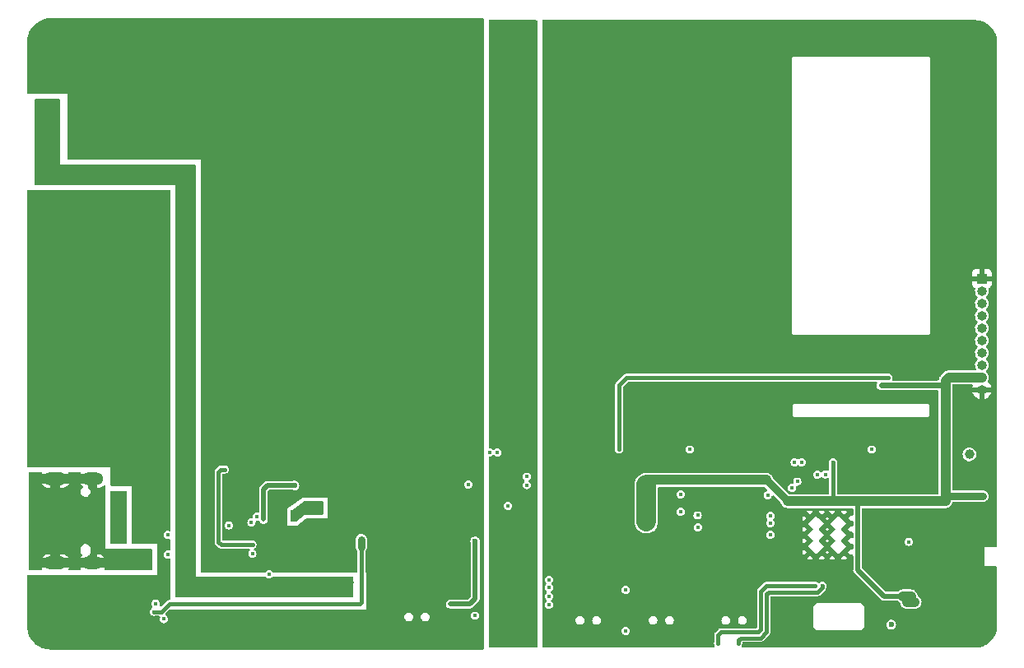
<source format=gbr>
%TF.GenerationSoftware,KiCad,Pcbnew,(5.99.0-11593-g5155093ec0)*%
%TF.CreationDate,2021-08-09T14:05:58+02:00*%
%TF.ProjectId,flatlight_rev21_eside,666c6174-6c69-4676-9874-5f7265763231,rev?*%
%TF.SameCoordinates,Original*%
%TF.FileFunction,Copper,L3,Inr*%
%TF.FilePolarity,Positive*%
%FSLAX46Y46*%
G04 Gerber Fmt 4.6, Leading zero omitted, Abs format (unit mm)*
G04 Created by KiCad (PCBNEW (5.99.0-11593-g5155093ec0)) date 2021-08-09 14:05:58*
%MOMM*%
%LPD*%
G01*
G04 APERTURE LIST*
%TA.AperFunction,ComponentPad*%
%ADD10C,0.700000*%
%TD*%
%TA.AperFunction,ComponentPad*%
%ADD11C,4.400000*%
%TD*%
%TA.AperFunction,ComponentPad*%
%ADD12R,1.000000X1.000000*%
%TD*%
%TA.AperFunction,ComponentPad*%
%ADD13O,1.000000X1.000000*%
%TD*%
%TA.AperFunction,ComponentPad*%
%ADD14O,2.300000X1.300000*%
%TD*%
%TA.AperFunction,ComponentPad*%
%ADD15O,2.600000X1.300000*%
%TD*%
%TA.AperFunction,ComponentPad*%
%ADD16C,0.500000*%
%TD*%
%TA.AperFunction,ViaPad*%
%ADD17C,0.600000*%
%TD*%
%TA.AperFunction,ViaPad*%
%ADD18C,1.000000*%
%TD*%
%TA.AperFunction,ViaPad*%
%ADD19C,0.450000*%
%TD*%
%TA.AperFunction,ViaPad*%
%ADD20C,0.800000*%
%TD*%
%TA.AperFunction,Conductor*%
%ADD21C,0.500000*%
%TD*%
%TA.AperFunction,Conductor*%
%ADD22C,0.400000*%
%TD*%
%TA.AperFunction,Conductor*%
%ADD23C,0.800000*%
%TD*%
%TA.AperFunction,Conductor*%
%ADD24C,0.600000*%
%TD*%
%TA.AperFunction,Conductor*%
%ADD25C,0.200000*%
%TD*%
%TA.AperFunction,Conductor*%
%ADD26C,1.000000*%
%TD*%
%TA.AperFunction,Conductor*%
%ADD27C,2.000000*%
%TD*%
G04 APERTURE END LIST*
D10*
%TO.N,SYSOUT*%
%TO.C,H1*%
X88550000Y-89300000D03*
X91850000Y-89300000D03*
X89033274Y-88133274D03*
X90200000Y-90950000D03*
X89033274Y-90466726D03*
X91366726Y-90466726D03*
D11*
X90200000Y-89300000D03*
D10*
X90200000Y-87650000D03*
X91366726Y-88133274D03*
%TD*%
D12*
%TO.N,GND*%
%TO.C,J3*%
X138425000Y-53600000D03*
D13*
%TO.N,ES_LED_PWM*%
X138425000Y-54870000D03*
%TO.N,ES_FLASH_EN*%
X138425000Y-56140000D03*
%TO.N,ES_TORCH_EN*%
X138425000Y-57410000D03*
%TO.N,ES_WS_LDAT*%
X138425000Y-58680000D03*
%TO.N,ES_WS_POWER*%
X138425000Y-59950000D03*
%TO.N,ES_XP_LED_NTC*%
X138425000Y-61220000D03*
%TO.N,ES_JS_LED_NTC*%
X138425000Y-62490000D03*
%TO.N,+3V3*%
X138425000Y-63760000D03*
%TO.N,GND*%
X138425000Y-65030000D03*
%TD*%
D10*
%TO.N,GND*%
%TO.C,H3*%
X136050000Y-29300000D03*
D11*
X137700000Y-29300000D03*
D10*
X136533274Y-28133274D03*
X137700000Y-27650000D03*
X138866726Y-28133274D03*
X138866726Y-30466726D03*
X137700000Y-30950000D03*
X136533274Y-30466726D03*
X139350000Y-29300000D03*
%TD*%
D14*
%TO.N,GNDPWR*%
%TO.C,J1*%
X46960000Y-74230000D03*
D15*
X43135000Y-82870000D03*
X43135000Y-74230000D03*
D14*
X46960000Y-82870000D03*
%TD*%
D10*
%TO.N,GND*%
%TO.C,H4*%
X41050000Y-29300000D03*
D11*
X42700000Y-29300000D03*
D10*
X44350000Y-29300000D03*
X43866726Y-30466726D03*
X41533274Y-28133274D03*
X41533274Y-30466726D03*
X42700000Y-30950000D03*
X42700000Y-27650000D03*
X43866726Y-28133274D03*
%TD*%
%TO.N,SYSOUT*%
%TO.C,H6*%
X91850000Y-29300000D03*
X91366726Y-28133274D03*
X90200000Y-30950000D03*
D11*
X90200000Y-29300000D03*
D10*
X88550000Y-29300000D03*
X91366726Y-30466726D03*
X89033274Y-28133274D03*
X90200000Y-27650000D03*
X89033274Y-30466726D03*
%TD*%
D11*
%TO.N,GND*%
%TO.C,H5*%
X42700000Y-89300000D03*
D10*
X43866726Y-88133274D03*
X42700000Y-90950000D03*
X41533274Y-88133274D03*
X42700000Y-87650000D03*
X43866726Y-90466726D03*
X41533274Y-90466726D03*
X41050000Y-89300000D03*
X44350000Y-89300000D03*
%TD*%
%TO.N,GND*%
%TO.C,H2*%
X138866726Y-88133274D03*
D11*
X137700000Y-89300000D03*
D10*
X136050000Y-89300000D03*
X136533274Y-88133274D03*
X137700000Y-90950000D03*
X136533274Y-90466726D03*
X137700000Y-87650000D03*
X138866726Y-90466726D03*
X139350000Y-89300000D03*
%TD*%
D16*
%TO.N,GND*%
%TO.C,U4*%
X124275734Y-78250000D03*
X121975734Y-78250000D03*
X120775734Y-79400000D03*
X123050734Y-81750000D03*
X121975734Y-79400000D03*
X121975734Y-80600000D03*
X121975734Y-81750000D03*
X123050734Y-78250000D03*
X120775734Y-78250000D03*
X123050734Y-80600000D03*
X120775734Y-80600000D03*
X124275734Y-80600000D03*
X124275734Y-79400000D03*
X124275734Y-81750000D03*
X120775734Y-81750000D03*
X123050734Y-79400000D03*
%TD*%
D17*
%TO.N,+BATT*%
X42900000Y-38550000D03*
D18*
X70900000Y-84900000D03*
D17*
X41850000Y-37550000D03*
D18*
X73300000Y-84900000D03*
D17*
X42900000Y-37550000D03*
X41850000Y-39550000D03*
X41850000Y-38550000D03*
X41850000Y-40550000D03*
X42900000Y-41550000D03*
X41850000Y-41550000D03*
X42900000Y-40550000D03*
X42900000Y-39550000D03*
D18*
X137150000Y-71700000D03*
X72100000Y-84900000D03*
D19*
%TO.N,GND*%
X48150000Y-27600000D03*
X126550000Y-27600000D03*
X107200000Y-91300000D03*
X46700000Y-39650000D03*
X139800000Y-38100000D03*
X59800000Y-91300000D03*
X126200000Y-75200000D03*
X126750000Y-65800000D03*
D17*
X99350000Y-80000000D03*
D19*
X40900000Y-52500000D03*
X129050000Y-27600000D03*
X139800000Y-43100000D03*
X109050000Y-27600000D03*
X127200000Y-91300000D03*
X109700000Y-91300000D03*
X49300000Y-84400000D03*
X139800000Y-73100000D03*
X75650000Y-27600000D03*
X52300000Y-91300000D03*
X66800000Y-83650000D03*
X120800000Y-88400000D03*
X132200000Y-91300000D03*
X124050000Y-27600000D03*
X77300000Y-91300000D03*
X117100000Y-88400000D03*
X112025000Y-75500000D03*
X139800000Y-33100000D03*
X115350000Y-91300000D03*
X68150000Y-27600000D03*
X112700000Y-78600000D03*
X43200000Y-84400000D03*
X73000000Y-81200000D03*
X122200000Y-91300000D03*
X41000000Y-86900000D03*
D17*
X99350000Y-80900000D03*
D19*
X139800000Y-53100000D03*
X47300000Y-91300000D03*
X139800000Y-75600000D03*
X67300000Y-91300000D03*
X70650000Y-27600000D03*
X46200000Y-46100000D03*
X129400000Y-84000000D03*
X45200000Y-39150000D03*
X106550000Y-27600000D03*
X73150000Y-27600000D03*
X127300000Y-84000000D03*
X47200000Y-39150000D03*
X46200000Y-39150000D03*
X139800000Y-60600000D03*
X136700000Y-79800000D03*
X58150000Y-27600000D03*
X44800000Y-91300000D03*
X109725000Y-75500000D03*
X111550000Y-27600000D03*
D17*
X70100000Y-79625000D03*
D19*
X126600000Y-88400000D03*
X127700000Y-69900000D03*
X87000000Y-91300000D03*
D17*
X68325000Y-75850000D03*
D19*
X47200000Y-46100000D03*
X79700000Y-91300000D03*
X64375734Y-73800000D03*
X40900000Y-33900000D03*
X139800000Y-70600000D03*
X83150000Y-27600000D03*
X69800000Y-91300000D03*
X50650000Y-27600000D03*
X40900000Y-50000000D03*
D17*
X73325000Y-78775000D03*
D19*
X52500000Y-85500000D03*
X110050000Y-81650000D03*
X99050000Y-27600000D03*
X123001234Y-86700000D03*
X125700000Y-86700000D03*
X53300000Y-77600000D03*
X94050000Y-27600000D03*
X40900000Y-72500000D03*
X40900000Y-67500000D03*
X104050000Y-27600000D03*
X83850000Y-79425000D03*
X97200000Y-91300000D03*
X101550000Y-27600000D03*
X139800000Y-63100000D03*
X135700000Y-84000000D03*
X124425734Y-90050978D03*
X139800000Y-65600000D03*
X96550000Y-27600000D03*
X133500000Y-84000000D03*
X40900000Y-70000000D03*
X45700000Y-46600000D03*
X137700000Y-84000000D03*
X139800000Y-50600000D03*
X78150000Y-27600000D03*
X80650000Y-27600000D03*
X46900000Y-72500000D03*
X63150000Y-27600000D03*
X113700000Y-70400000D03*
X104600000Y-71200000D03*
X42900000Y-72500000D03*
X85650000Y-27600000D03*
X72300000Y-91300000D03*
X124700000Y-91300000D03*
X132100000Y-61500000D03*
X40900000Y-57500000D03*
X107600000Y-81100000D03*
X40900000Y-62500000D03*
X119700000Y-91300000D03*
X41000000Y-84400000D03*
X138100000Y-80600000D03*
X121550000Y-27600000D03*
X131400000Y-75500000D03*
X45700000Y-39650000D03*
X107600000Y-80400000D03*
X134700000Y-91300000D03*
X64800000Y-91300000D03*
X118000000Y-74275000D03*
D17*
X67550000Y-75975000D03*
D19*
X79150000Y-84100000D03*
X124600000Y-86700000D03*
X84700000Y-91300000D03*
X45300000Y-84400000D03*
X45200000Y-46100000D03*
X40900000Y-65000000D03*
X40900000Y-47500000D03*
X132700000Y-71500000D03*
X125725734Y-90050978D03*
X53150000Y-27600000D03*
X139800000Y-40600000D03*
X139800000Y-58100000D03*
X44900000Y-72500000D03*
X121625734Y-86700000D03*
X85050000Y-79425000D03*
X139800000Y-48100000D03*
X46700000Y-46600000D03*
X47300000Y-84400000D03*
X97900000Y-79000000D03*
X49800000Y-91300000D03*
X131425734Y-71500000D03*
X86175000Y-79425000D03*
X136700000Y-80600000D03*
X102125000Y-81275000D03*
X57300000Y-91300000D03*
X54800000Y-91300000D03*
X40900000Y-60000000D03*
X119050000Y-27600000D03*
X64375734Y-72650000D03*
X55650000Y-27600000D03*
X139700000Y-78100000D03*
X40900000Y-55000000D03*
X139800000Y-55600000D03*
X116550000Y-27600000D03*
X117200000Y-91300000D03*
X133900000Y-80600000D03*
D17*
X70125000Y-78775000D03*
D19*
X139800000Y-35600000D03*
X123000000Y-90100000D03*
X134050000Y-27600000D03*
X96000000Y-79100000D03*
X40900000Y-32500000D03*
X139800000Y-68100000D03*
X89700000Y-77000000D03*
D17*
X66900000Y-76500000D03*
D19*
X65650000Y-27600000D03*
X81200000Y-77700000D03*
X62300000Y-91300000D03*
X139700000Y-80600000D03*
X106800000Y-71200000D03*
X111000000Y-70400000D03*
D20*
X85900000Y-72200000D03*
D19*
X94700000Y-91300000D03*
X45650000Y-27600000D03*
D17*
X71625000Y-78775000D03*
D19*
X131500000Y-84000000D03*
X129700000Y-91300000D03*
X139800000Y-45600000D03*
X112725000Y-81650000D03*
X81200000Y-75400000D03*
X60650000Y-27600000D03*
X104700000Y-91300000D03*
X114050000Y-27600000D03*
X82200000Y-91300000D03*
X58625734Y-81000000D03*
X121600000Y-90100000D03*
X131550000Y-27600000D03*
X74800000Y-91300000D03*
D17*
%TO.N,LX*%
X70300000Y-76850000D03*
X69450000Y-76850000D03*
X67625234Y-78325000D03*
X67625000Y-77725000D03*
X70300000Y-77600000D03*
X69450000Y-77600000D03*
%TO.N,Net-(C3-Pad1)*%
X67725734Y-74900000D03*
D19*
X64550000Y-78400000D03*
D17*
%TO.N,SYS*%
X74600000Y-80500000D03*
X74600000Y-81200000D03*
D19*
X53250000Y-87900000D03*
%TO.N,+3V3*%
X129500000Y-64600000D03*
D17*
X136525000Y-76000000D03*
D19*
X131525734Y-86900000D03*
D17*
X103525000Y-77937500D03*
X134700000Y-76000000D03*
X104300000Y-77937500D03*
D19*
X123125734Y-72550000D03*
X130725734Y-86900000D03*
D17*
X103525734Y-78625000D03*
D19*
X130325734Y-86300000D03*
X131125734Y-86300000D03*
D17*
X138300000Y-76000000D03*
X104300000Y-78625000D03*
D19*
X128100000Y-64600000D03*
%TO.N,PWRMAIN_SW*%
X93900000Y-87200000D03*
X86300000Y-88300000D03*
D17*
%TO.N,EN*%
X129100000Y-89225000D03*
D19*
X101800000Y-89850000D03*
%TO.N,GNDPWR*%
X41200000Y-74200000D03*
X41200000Y-76300000D03*
X41200000Y-80700000D03*
X49300000Y-83300000D03*
X41200000Y-78500000D03*
X52470000Y-82270000D03*
X49300000Y-82300000D03*
X41200000Y-82900000D03*
%TO.N,VBUS*%
X60550000Y-73250000D03*
X63400000Y-81000000D03*
%TO.N,Net-(F1-Pad1)*%
X49350000Y-75700000D03*
X49650000Y-76200000D03*
X49950000Y-75700000D03*
X50250000Y-80650000D03*
X49050000Y-76200000D03*
X50250000Y-76200000D03*
X49650000Y-80650000D03*
X49050000Y-80650000D03*
%TO.N,CC1*%
X61000000Y-79000000D03*
X63400000Y-81950000D03*
%TO.N,RX*%
X111300000Y-91150000D03*
X121275000Y-85225000D03*
%TO.N,TX*%
X113350000Y-91150000D03*
X122025000Y-85225000D03*
%TO.N,INOK*%
X93900000Y-86300000D03*
X63875500Y-78100000D03*
X53450000Y-87050000D03*
%TO.N,STAT*%
X54300000Y-88650000D03*
X63300000Y-78700000D03*
X93900000Y-85400000D03*
%TO.N,U_N*%
X54700000Y-82000000D03*
X119450000Y-74500000D03*
%TO.N,U_P*%
X54700000Y-80000000D03*
X118900000Y-75150000D03*
%TO.N,Net-(R15-Pad1)*%
X128800000Y-63800000D03*
X101100000Y-71200000D03*
%TO.N,DISP_BACKLIGHT*%
X127100000Y-71200000D03*
X108375734Y-71200000D03*
%TO.N,ENBST*%
X93900000Y-84600000D03*
X65100000Y-84050000D03*
%TO.N,IMU_INT2*%
X91600000Y-74850000D03*
X122325734Y-73750000D03*
%TO.N,IMU_INT1*%
X85600000Y-74800000D03*
X121500734Y-73775000D03*
X91600000Y-74000000D03*
%TO.N,SCL*%
X119900000Y-72500000D03*
X88600000Y-71500000D03*
%TO.N,SDA*%
X119179122Y-72520878D03*
X87800000Y-71500000D03*
%TO.N,GPIO0*%
X130925734Y-80700000D03*
X101800000Y-85650000D03*
%TO.N,SPIQ*%
X116675734Y-79980500D03*
X109200000Y-77975000D03*
%TO.N,SPICS0*%
X116675734Y-78770878D03*
X107450000Y-77600000D03*
%TO.N,SPIWP*%
X116675734Y-78050000D03*
X109225000Y-79225000D03*
%TO.N,SPICS1*%
X107450000Y-75800000D03*
X116400000Y-75900000D03*
D17*
%TO.N,Net-(Q1-Pad2)*%
X86325734Y-80650000D03*
D19*
X83750000Y-87100000D03*
%TD*%
D21*
%TO.N,Net-(C3-Pad1)*%
X64925734Y-74900000D02*
X67725734Y-74900000D01*
X64550000Y-75275734D02*
X64925734Y-74900000D01*
X64550000Y-78400000D02*
X64550000Y-75275734D01*
D22*
%TO.N,SYS*%
X54050000Y-87900000D02*
X54850000Y-87100000D01*
X74600000Y-86900000D02*
X74600000Y-81200000D01*
D23*
X74600000Y-81200000D02*
X74600000Y-80500000D01*
D22*
X53250000Y-87900000D02*
X54050000Y-87900000D01*
X54850000Y-87100000D02*
X74400000Y-87100000D01*
X74400000Y-87100000D02*
X74600000Y-86900000D01*
D24*
%TO.N,+3V3*%
X128100000Y-64600000D02*
X134700000Y-64600000D01*
D21*
X128350000Y-86300000D02*
X125650000Y-83600000D01*
D25*
X123125734Y-76524266D02*
X123125489Y-76524511D01*
D21*
X131125734Y-86300000D02*
X128350000Y-86300000D01*
D26*
X116250000Y-74325000D02*
X103925000Y-74325000D01*
D21*
X125650000Y-76812500D02*
X125325000Y-76487500D01*
D23*
X118449511Y-76524511D02*
X116250000Y-74325000D01*
D26*
X134700000Y-76500000D02*
X134675489Y-76524511D01*
X130725734Y-86900000D02*
X131525734Y-86900000D01*
X134700000Y-64100000D02*
X135040000Y-63760000D01*
D21*
X125650000Y-83600000D02*
X125650000Y-76812500D01*
D26*
X123125489Y-76524511D02*
X118449511Y-76524511D01*
X134700000Y-76000000D02*
X134700000Y-76500000D01*
D23*
X134700000Y-76000000D02*
X138525000Y-76000000D01*
D26*
X135040000Y-63760000D02*
X138425000Y-63760000D01*
D24*
X130325734Y-86300000D02*
X130325734Y-86225734D01*
D26*
X130325734Y-86300000D02*
X131125734Y-86300000D01*
D27*
X103925000Y-74825000D02*
X103925000Y-78625000D01*
D26*
X134700000Y-76000000D02*
X134700000Y-64100000D01*
X134675489Y-76524511D02*
X123125489Y-76524511D01*
D22*
X123125734Y-72550000D02*
X123125734Y-76524266D01*
%TO.N,VBUS*%
X60200000Y-81000000D02*
X59900000Y-80700000D01*
X59900000Y-80700000D02*
X59900000Y-73500000D01*
X60150000Y-73250000D02*
X60550000Y-73250000D01*
X63400000Y-81000000D02*
X60200000Y-81000000D01*
X59900000Y-73500000D02*
X60150000Y-73250000D01*
%TO.N,RX*%
X115700000Y-85800000D02*
X116275000Y-85225000D01*
X111300000Y-90300000D02*
X111600000Y-90000000D01*
X115700000Y-89700000D02*
X115700000Y-85800000D01*
X115400000Y-90000000D02*
X115700000Y-89700000D01*
X116275000Y-85225000D02*
X121275000Y-85225000D01*
X111300000Y-91150000D02*
X111300000Y-90300000D01*
X111600000Y-90000000D02*
X115400000Y-90000000D01*
%TO.N,TX*%
X113350000Y-90850000D02*
X113600480Y-90599520D01*
X113600480Y-90599520D02*
X115648329Y-90599520D01*
X116299520Y-89948330D02*
X116299520Y-86100480D01*
X122025000Y-85358193D02*
X122025000Y-85225000D01*
X115648329Y-90599520D02*
X116299520Y-89948330D01*
X116500000Y-85900000D02*
X121483193Y-85900000D01*
X113350000Y-91150000D02*
X113350000Y-90850000D01*
X116299520Y-86100480D02*
X116500000Y-85900000D01*
X121483193Y-85900000D02*
X122025000Y-85358193D01*
%TO.N,Net-(R15-Pad1)*%
X101100000Y-71200000D02*
X101100000Y-64600000D01*
X101100000Y-64600000D02*
X101900000Y-63800000D01*
X101900000Y-63800000D02*
X128800000Y-63800000D01*
D21*
%TO.N,Net-(Q1-Pad2)*%
X86325734Y-86549266D02*
X86325734Y-80650000D01*
X85775000Y-87100000D02*
X86325734Y-86549266D01*
X83750000Y-87100000D02*
X85775000Y-87100000D01*
%TD*%
%TA.AperFunction,Conductor*%
%TO.N,GNDPWR*%
G36*
X41718803Y-73520002D02*
G01*
X41765296Y-73573658D01*
X41775400Y-73643932D01*
X41752618Y-73700061D01*
X41741516Y-73715342D01*
X41737094Y-73727736D01*
X41746235Y-73730000D01*
X44521018Y-73730000D01*
X44533641Y-73726293D01*
X44530099Y-73717566D01*
X44517380Y-73700059D01*
X44493522Y-73633191D01*
X44509604Y-73564040D01*
X44560519Y-73514561D01*
X44619317Y-73500000D01*
X45625682Y-73500000D01*
X45693803Y-73520002D01*
X45740296Y-73573658D01*
X45750400Y-73643932D01*
X45727618Y-73700061D01*
X45716516Y-73715342D01*
X45712094Y-73727736D01*
X45721235Y-73730000D01*
X47334000Y-73730000D01*
X47402121Y-73750002D01*
X47448614Y-73803658D01*
X47460000Y-73856000D01*
X47460000Y-75115885D01*
X47464475Y-75131124D01*
X47465865Y-75132329D01*
X47473548Y-75134000D01*
X47504083Y-75134000D01*
X47510643Y-75133656D01*
X47642424Y-75119806D01*
X47655265Y-75117076D01*
X47823439Y-75062433D01*
X47835428Y-75057095D01*
X47988569Y-74968679D01*
X47999188Y-74960963D01*
X48089690Y-74879476D01*
X48153698Y-74848759D01*
X48224151Y-74857524D01*
X48278682Y-74902987D01*
X48300000Y-74973113D01*
X48300000Y-81400000D01*
X52974000Y-81400000D01*
X53042121Y-81420002D01*
X53088614Y-81473658D01*
X53100000Y-81526000D01*
X53100000Y-83474000D01*
X53079998Y-83542121D01*
X53026342Y-83588614D01*
X52974000Y-83600000D01*
X48294318Y-83600000D01*
X48226197Y-83579998D01*
X48179704Y-83526342D01*
X48169600Y-83456068D01*
X48192382Y-83399939D01*
X48203484Y-83384658D01*
X48207906Y-83372264D01*
X48198765Y-83370000D01*
X45723982Y-83370000D01*
X45711359Y-83373707D01*
X45714901Y-83382434D01*
X45727620Y-83399941D01*
X45751478Y-83466809D01*
X45735396Y-83535960D01*
X45684481Y-83585439D01*
X45625683Y-83600000D01*
X44619318Y-83600000D01*
X44551197Y-83579998D01*
X44504704Y-83526342D01*
X44494600Y-83456068D01*
X44517382Y-83399939D01*
X44528484Y-83384658D01*
X44532906Y-83372264D01*
X44523765Y-83370000D01*
X41748982Y-83370000D01*
X41736359Y-83373707D01*
X41739901Y-83382434D01*
X41752620Y-83399941D01*
X41776478Y-83466809D01*
X41760396Y-83535960D01*
X41709481Y-83585439D01*
X41650683Y-83600000D01*
X40526000Y-83600000D01*
X40457879Y-83579998D01*
X40411386Y-83526342D01*
X40400000Y-83474000D01*
X40400000Y-82367736D01*
X41737094Y-82367736D01*
X41746235Y-82370000D01*
X42616885Y-82370000D01*
X42632124Y-82365525D01*
X42633329Y-82364135D01*
X42635000Y-82356452D01*
X42635000Y-81984115D01*
X42633659Y-81979548D01*
X43635000Y-81979548D01*
X43635000Y-82351885D01*
X43639475Y-82367124D01*
X43640865Y-82368329D01*
X43648548Y-82370000D01*
X44521018Y-82370000D01*
X44528727Y-82367736D01*
X45712094Y-82367736D01*
X45721235Y-82370000D01*
X46441885Y-82370000D01*
X46457124Y-82365525D01*
X46458329Y-82364135D01*
X46460000Y-82356452D01*
X46460000Y-82194365D01*
X46480002Y-82126244D01*
X46518766Y-82087803D01*
X46555125Y-82064863D01*
X46555129Y-82064859D01*
X46562720Y-82060070D01*
X46633834Y-81979548D01*
X47460000Y-81979548D01*
X47460000Y-82351885D01*
X47464475Y-82367124D01*
X47465865Y-82368329D01*
X47473548Y-82370000D01*
X48196018Y-82370000D01*
X48208641Y-82366293D01*
X48205099Y-82357566D01*
X48139386Y-82267118D01*
X48130597Y-82257357D01*
X47999188Y-82139037D01*
X47988569Y-82131321D01*
X47835428Y-82042905D01*
X47823439Y-82037567D01*
X47655265Y-81982924D01*
X47642424Y-81980194D01*
X47510643Y-81966344D01*
X47504083Y-81966000D01*
X47478115Y-81966000D01*
X47462876Y-81970475D01*
X47461671Y-81971865D01*
X47460000Y-81979548D01*
X46633834Y-81979548D01*
X46657623Y-81952612D01*
X46718553Y-81822837D01*
X46735500Y-81713991D01*
X46735500Y-81389060D01*
X46720323Y-81283082D01*
X46660984Y-81152572D01*
X46642598Y-81131234D01*
X46573260Y-81050763D01*
X46573257Y-81050760D01*
X46567400Y-81043963D01*
X46447095Y-80965985D01*
X46309739Y-80924907D01*
X46300763Y-80924852D01*
X46300762Y-80924852D01*
X46240555Y-80924484D01*
X46166376Y-80924031D01*
X46028529Y-80963428D01*
X45907280Y-81039930D01*
X45812377Y-81147388D01*
X45751447Y-81277163D01*
X45734500Y-81386009D01*
X45734500Y-81710940D01*
X45749677Y-81816918D01*
X45809016Y-81947428D01*
X45814877Y-81954230D01*
X45870356Y-82018617D01*
X45899669Y-82083279D01*
X45889370Y-82153525D01*
X45859212Y-82194501D01*
X45789405Y-82257355D01*
X45780614Y-82267118D01*
X45716516Y-82355342D01*
X45712094Y-82367736D01*
X44528727Y-82367736D01*
X44533641Y-82366293D01*
X44530099Y-82357566D01*
X44464386Y-82267118D01*
X44455597Y-82257357D01*
X44324188Y-82139037D01*
X44313569Y-82131321D01*
X44160428Y-82042905D01*
X44148439Y-82037567D01*
X43980265Y-81982924D01*
X43967424Y-81980194D01*
X43835643Y-81966344D01*
X43829083Y-81966000D01*
X43653115Y-81966000D01*
X43637876Y-81970475D01*
X43636671Y-81971865D01*
X43635000Y-81979548D01*
X42633659Y-81979548D01*
X42630525Y-81968876D01*
X42629135Y-81967671D01*
X42621452Y-81966000D01*
X42440917Y-81966000D01*
X42434357Y-81966344D01*
X42302576Y-81980194D01*
X42289735Y-81982924D01*
X42121561Y-82037567D01*
X42109572Y-82042905D01*
X41956431Y-82131321D01*
X41945812Y-82139037D01*
X41814405Y-82257355D01*
X41805614Y-82267118D01*
X41741516Y-82355342D01*
X41737094Y-82367736D01*
X40400000Y-82367736D01*
X40400000Y-74733707D01*
X41736359Y-74733707D01*
X41739901Y-74742434D01*
X41805614Y-74832882D01*
X41814403Y-74842643D01*
X41945812Y-74960963D01*
X41956431Y-74968679D01*
X42109572Y-75057095D01*
X42121561Y-75062433D01*
X42289735Y-75117076D01*
X42302576Y-75119806D01*
X42434357Y-75133656D01*
X42440917Y-75134000D01*
X42616885Y-75134000D01*
X42632124Y-75129525D01*
X42633329Y-75128135D01*
X42635000Y-75120452D01*
X42635000Y-74748115D01*
X42633659Y-74743548D01*
X43635000Y-74743548D01*
X43635000Y-75115885D01*
X43639475Y-75131124D01*
X43640865Y-75132329D01*
X43648548Y-75134000D01*
X43829083Y-75134000D01*
X43835643Y-75133656D01*
X43967424Y-75119806D01*
X43980265Y-75117076D01*
X44148439Y-75062433D01*
X44160428Y-75057095D01*
X44313569Y-74968679D01*
X44324188Y-74960963D01*
X44455595Y-74842645D01*
X44464386Y-74832882D01*
X44528484Y-74744658D01*
X44532391Y-74733707D01*
X45711359Y-74733707D01*
X45714901Y-74742434D01*
X45780614Y-74832882D01*
X45789403Y-74842643D01*
X45925716Y-74965379D01*
X45924099Y-74967175D01*
X45960753Y-75014692D01*
X45966841Y-75085427D01*
X45933719Y-75148224D01*
X45925594Y-75155878D01*
X45860763Y-75211740D01*
X45860760Y-75211743D01*
X45853963Y-75217600D01*
X45775985Y-75337905D01*
X45734907Y-75475261D01*
X45734031Y-75618624D01*
X45773428Y-75756471D01*
X45849930Y-75877720D01*
X45957388Y-75972623D01*
X46087163Y-76033553D01*
X46196009Y-76050500D01*
X46270940Y-76050500D01*
X46312339Y-76044571D01*
X46368032Y-76036596D01*
X46368035Y-76036595D01*
X46376918Y-76035323D01*
X46507428Y-75975984D01*
X46541321Y-75946780D01*
X46609237Y-75888260D01*
X46609240Y-75888257D01*
X46616037Y-75882400D01*
X46694015Y-75762095D01*
X46735093Y-75624739D01*
X46735969Y-75481376D01*
X46696572Y-75343529D01*
X46620070Y-75222280D01*
X46514894Y-75129392D01*
X46514892Y-75129390D01*
X46512612Y-75127377D01*
X46512903Y-75127048D01*
X46470870Y-75077550D01*
X46460000Y-75026354D01*
X46460000Y-74748115D01*
X46455525Y-74732876D01*
X46454135Y-74731671D01*
X46446452Y-74730000D01*
X45723982Y-74730000D01*
X45711359Y-74733707D01*
X44532391Y-74733707D01*
X44532906Y-74732264D01*
X44523765Y-74730000D01*
X43653115Y-74730000D01*
X43637876Y-74734475D01*
X43636671Y-74735865D01*
X43635000Y-74743548D01*
X42633659Y-74743548D01*
X42630525Y-74732876D01*
X42629135Y-74731671D01*
X42621452Y-74730000D01*
X41748982Y-74730000D01*
X41736359Y-74733707D01*
X40400000Y-74733707D01*
X40400000Y-73626000D01*
X40420002Y-73557879D01*
X40473658Y-73511386D01*
X40526000Y-73500000D01*
X41650682Y-73500000D01*
X41718803Y-73520002D01*
G37*
%TD.AperFunction*%
%TD*%
%TA.AperFunction,Conductor*%
%TO.N,+BATT*%
G36*
X43542121Y-35120002D02*
G01*
X43588614Y-35173658D01*
X43600000Y-35226000D01*
X43600000Y-44000000D01*
X41126000Y-44000000D01*
X41057879Y-43979998D01*
X41011386Y-43926342D01*
X41000000Y-43874000D01*
X41000000Y-35226000D01*
X41020002Y-35157879D01*
X41073658Y-35111386D01*
X41126000Y-35100000D01*
X43474000Y-35100000D01*
X43542121Y-35120002D01*
G37*
%TD.AperFunction*%
%TD*%
%TA.AperFunction,Conductor*%
%TO.N,GND*%
G36*
X137680182Y-27001953D02*
G01*
X137685813Y-27001963D01*
X137699642Y-27005143D01*
X137713483Y-27002011D01*
X137727668Y-27002036D01*
X137727667Y-27002796D01*
X137735559Y-27002151D01*
X137888227Y-27011386D01*
X137969627Y-27016310D01*
X137984731Y-27018144D01*
X138242928Y-27065460D01*
X138257701Y-27069101D01*
X138508322Y-27147198D01*
X138522540Y-27152591D01*
X138761922Y-27260327D01*
X138775375Y-27267388D01*
X139000029Y-27403196D01*
X139012543Y-27411833D01*
X139219188Y-27573729D01*
X139230576Y-27583819D01*
X139416181Y-27769424D01*
X139426271Y-27780812D01*
X139588167Y-27987457D01*
X139596804Y-27999971D01*
X139732612Y-28224625D01*
X139739676Y-28238084D01*
X139847408Y-28477456D01*
X139852804Y-28491683D01*
X139930899Y-28742299D01*
X139934540Y-28757072D01*
X139981856Y-29015269D01*
X139983690Y-29030373D01*
X139997831Y-29264145D01*
X139998061Y-29271972D01*
X139998037Y-29285815D01*
X139994857Y-29299642D01*
X139997989Y-29313482D01*
X139997980Y-29318371D01*
X140000000Y-29336448D01*
X140000000Y-81099000D01*
X139979998Y-81167121D01*
X139926342Y-81213614D01*
X139874000Y-81225000D01*
X138675000Y-81225000D01*
X138675000Y-83225000D01*
X139874000Y-83225000D01*
X139942121Y-83245002D01*
X139988614Y-83298658D01*
X140000000Y-83351000D01*
X140000000Y-89262976D01*
X139998047Y-89280182D01*
X139998037Y-89285813D01*
X139994857Y-89299642D01*
X139997989Y-89313483D01*
X139997964Y-89327668D01*
X139997204Y-89327667D01*
X139997849Y-89335559D01*
X139988085Y-89496972D01*
X139983690Y-89569627D01*
X139981856Y-89584731D01*
X139934540Y-89842928D01*
X139930899Y-89857701D01*
X139852937Y-90107891D01*
X139852804Y-90108317D01*
X139847409Y-90122540D01*
X139784973Y-90261270D01*
X139739676Y-90361916D01*
X139732612Y-90375375D01*
X139596804Y-90600029D01*
X139588167Y-90612543D01*
X139426271Y-90819188D01*
X139416181Y-90830576D01*
X139230576Y-91016181D01*
X139219188Y-91026271D01*
X139012543Y-91188167D01*
X139000029Y-91196804D01*
X138775375Y-91332612D01*
X138761922Y-91339673D01*
X138522540Y-91447409D01*
X138508322Y-91452802D01*
X138361583Y-91498528D01*
X138257701Y-91530899D01*
X138242928Y-91534540D01*
X137984731Y-91581856D01*
X137969627Y-91583690D01*
X137735855Y-91597831D01*
X137728028Y-91598061D01*
X137714185Y-91598037D01*
X137700358Y-91594857D01*
X137686518Y-91597989D01*
X137681629Y-91597980D01*
X137663552Y-91600000D01*
X113800930Y-91600000D01*
X113732809Y-91579998D01*
X113686316Y-91526342D01*
X113676212Y-91456068D01*
X113697071Y-91404677D01*
X113698528Y-91403220D01*
X113759719Y-91283126D01*
X113780804Y-91150000D01*
X113779253Y-91140207D01*
X113779253Y-91130289D01*
X113782123Y-91130289D01*
X113789229Y-91075316D01*
X113834953Y-91021003D01*
X113904577Y-91000020D01*
X115711762Y-91000020D01*
X115721193Y-90996956D01*
X115721197Y-90996955D01*
X115732682Y-90993223D01*
X115751907Y-90988607D01*
X115763841Y-90986717D01*
X115763842Y-90986717D01*
X115773633Y-90985166D01*
X115782466Y-90980665D01*
X115782470Y-90980664D01*
X115793237Y-90975178D01*
X115811497Y-90967614D01*
X115832418Y-90960816D01*
X115850215Y-90947885D01*
X115867071Y-90937557D01*
X115877830Y-90932075D01*
X115877832Y-90932074D01*
X115886671Y-90927570D01*
X115909223Y-90905018D01*
X115909238Y-90905004D01*
X116605003Y-90209240D01*
X116605016Y-90209226D01*
X116627570Y-90186672D01*
X116637555Y-90167075D01*
X116647881Y-90150223D01*
X116660816Y-90132420D01*
X116667612Y-90111503D01*
X116675180Y-90093233D01*
X116680665Y-90082468D01*
X116680666Y-90082466D01*
X116685166Y-90073634D01*
X116686716Y-90063848D01*
X116686719Y-90063839D01*
X116688609Y-90051904D01*
X116693223Y-90032682D01*
X116696955Y-90021195D01*
X116696955Y-90021194D01*
X116700019Y-90011764D01*
X116700019Y-89979855D01*
X116700020Y-89979849D01*
X116700020Y-87300000D01*
X121100000Y-87300000D01*
X121100000Y-89500000D01*
X121400000Y-89800000D01*
X126000000Y-89800000D01*
X126300000Y-89500000D01*
X126300000Y-89218823D01*
X128594391Y-89218823D01*
X128595555Y-89227725D01*
X128595555Y-89227728D01*
X128602035Y-89277277D01*
X128612980Y-89360979D01*
X128670720Y-89492203D01*
X128676497Y-89499076D01*
X128676498Y-89499077D01*
X128757190Y-89595072D01*
X128762970Y-89601948D01*
X128770447Y-89606925D01*
X128868132Y-89671950D01*
X128882313Y-89681390D01*
X129019157Y-89724142D01*
X129028129Y-89724306D01*
X129028132Y-89724307D01*
X129093463Y-89725504D01*
X129162499Y-89726770D01*
X129171533Y-89724307D01*
X129292158Y-89691421D01*
X129292160Y-89691420D01*
X129300817Y-89689060D01*
X129422991Y-89614045D01*
X129433188Y-89602780D01*
X129513178Y-89514407D01*
X129519200Y-89507754D01*
X129581710Y-89378733D01*
X129605496Y-89237354D01*
X129605647Y-89225000D01*
X129590505Y-89119268D01*
X129586596Y-89091968D01*
X129586595Y-89091965D01*
X129585323Y-89083082D01*
X129525984Y-88952572D01*
X129507598Y-88931234D01*
X129438260Y-88850763D01*
X129438257Y-88850760D01*
X129432400Y-88843963D01*
X129312095Y-88765985D01*
X129174739Y-88724907D01*
X129165763Y-88724852D01*
X129165762Y-88724852D01*
X129105555Y-88724484D01*
X129031376Y-88724031D01*
X128893529Y-88763428D01*
X128772280Y-88839930D01*
X128677377Y-88947388D01*
X128616447Y-89077163D01*
X128608971Y-89125179D01*
X128598091Y-89195062D01*
X128594391Y-89218823D01*
X126300000Y-89218823D01*
X126300000Y-87300000D01*
X126000000Y-87000000D01*
X121400000Y-87000000D01*
X121100000Y-87300000D01*
X116700020Y-87300000D01*
X116700020Y-86426500D01*
X116720022Y-86358379D01*
X116773678Y-86311886D01*
X116826020Y-86300500D01*
X121546626Y-86300500D01*
X121556057Y-86297436D01*
X121556061Y-86297435D01*
X121567546Y-86293703D01*
X121586771Y-86289087D01*
X121598705Y-86287197D01*
X121598706Y-86287197D01*
X121608497Y-86285646D01*
X121617330Y-86281145D01*
X121617334Y-86281144D01*
X121628099Y-86275659D01*
X121646359Y-86268095D01*
X121667283Y-86261296D01*
X121685086Y-86248361D01*
X121701938Y-86238035D01*
X121712695Y-86232554D01*
X121721535Y-86228050D01*
X121744098Y-86205487D01*
X121744102Y-86205484D01*
X122330484Y-85619102D01*
X122330487Y-85619098D01*
X122353050Y-85596535D01*
X122357555Y-85587694D01*
X122363037Y-85576935D01*
X122373365Y-85560080D01*
X122380467Y-85550305D01*
X122386296Y-85542282D01*
X122393094Y-85521361D01*
X122400658Y-85503101D01*
X122406144Y-85492334D01*
X122406145Y-85492330D01*
X122410646Y-85483497D01*
X122414087Y-85461771D01*
X122418703Y-85442546D01*
X122422435Y-85431061D01*
X122422436Y-85431057D01*
X122425500Y-85421626D01*
X122425500Y-85401435D01*
X122431296Y-85364844D01*
X122434719Y-85358126D01*
X122455804Y-85225000D01*
X122434719Y-85091874D01*
X122373528Y-84971780D01*
X122278220Y-84876472D01*
X122158126Y-84815281D01*
X122148337Y-84813731D01*
X122148335Y-84813730D01*
X122034793Y-84795747D01*
X122025000Y-84794196D01*
X122015207Y-84795747D01*
X121901665Y-84813730D01*
X121901663Y-84813731D01*
X121891874Y-84815281D01*
X121771780Y-84876472D01*
X121739095Y-84909157D01*
X121676783Y-84943183D01*
X121605968Y-84938118D01*
X121560905Y-84909157D01*
X121528220Y-84876472D01*
X121408126Y-84815281D01*
X121398337Y-84813731D01*
X121398335Y-84813730D01*
X121284793Y-84795747D01*
X121275000Y-84794196D01*
X121265207Y-84795747D01*
X121151666Y-84813730D01*
X121151665Y-84813730D01*
X121141874Y-84815281D01*
X121135156Y-84818704D01*
X121098565Y-84824500D01*
X116211567Y-84824500D01*
X116202136Y-84827564D01*
X116202132Y-84827565D01*
X116190647Y-84831297D01*
X116171422Y-84835913D01*
X116159488Y-84837803D01*
X116159487Y-84837803D01*
X116149696Y-84839354D01*
X116140863Y-84843855D01*
X116140859Y-84843856D01*
X116130092Y-84849342D01*
X116111832Y-84856906D01*
X116090911Y-84863704D01*
X116082888Y-84869533D01*
X116073113Y-84876635D01*
X116056258Y-84886963D01*
X116045499Y-84892445D01*
X116045497Y-84892446D01*
X116036658Y-84896950D01*
X116014095Y-84919513D01*
X116014091Y-84919516D01*
X115394516Y-85539091D01*
X115394513Y-85539095D01*
X115371950Y-85561658D01*
X115367446Y-85570498D01*
X115361965Y-85581255D01*
X115351639Y-85598107D01*
X115338704Y-85615910D01*
X115331907Y-85636830D01*
X115324341Y-85655094D01*
X115318856Y-85665859D01*
X115318855Y-85665863D01*
X115314354Y-85674696D01*
X115312803Y-85684487D01*
X115312803Y-85684488D01*
X115310913Y-85696422D01*
X115306297Y-85715647D01*
X115302565Y-85727132D01*
X115302564Y-85727136D01*
X115299500Y-85736567D01*
X115299500Y-89473500D01*
X115279498Y-89541621D01*
X115225842Y-89588114D01*
X115173500Y-89599500D01*
X111536567Y-89599500D01*
X111527136Y-89602564D01*
X111527132Y-89602565D01*
X111515647Y-89606297D01*
X111496422Y-89610913D01*
X111484488Y-89612803D01*
X111484487Y-89612803D01*
X111474696Y-89614354D01*
X111465863Y-89618855D01*
X111465859Y-89618856D01*
X111455094Y-89624341D01*
X111436834Y-89631905D01*
X111415910Y-89638704D01*
X111398107Y-89651639D01*
X111381254Y-89661965D01*
X111361658Y-89671950D01*
X111339095Y-89694513D01*
X111339091Y-89694516D01*
X110994516Y-90039091D01*
X110994513Y-90039095D01*
X110971950Y-90061658D01*
X110967446Y-90070498D01*
X110961965Y-90081255D01*
X110951639Y-90098107D01*
X110938704Y-90115910D01*
X110933340Y-90132420D01*
X110931907Y-90136830D01*
X110924341Y-90155094D01*
X110918856Y-90165859D01*
X110918855Y-90165863D01*
X110914354Y-90174696D01*
X110912803Y-90184487D01*
X110912803Y-90184488D01*
X110910913Y-90196422D01*
X110906297Y-90215647D01*
X110902565Y-90227132D01*
X110902564Y-90227136D01*
X110899500Y-90236567D01*
X110899500Y-90973565D01*
X110893704Y-91010156D01*
X110890281Y-91016874D01*
X110869196Y-91150000D01*
X110890281Y-91283126D01*
X110951472Y-91403220D01*
X110952567Y-91404315D01*
X110974864Y-91466802D01*
X110958786Y-91535954D01*
X110907874Y-91585436D01*
X110849070Y-91600000D01*
X93326000Y-91600000D01*
X93257879Y-91579998D01*
X93211386Y-91526342D01*
X93200000Y-91474000D01*
X93200000Y-89850000D01*
X101369196Y-89850000D01*
X101390281Y-89983126D01*
X101451472Y-90103220D01*
X101546780Y-90198528D01*
X101666874Y-90259719D01*
X101676663Y-90261269D01*
X101676665Y-90261270D01*
X101790207Y-90279253D01*
X101800000Y-90280804D01*
X101809793Y-90279253D01*
X101923335Y-90261270D01*
X101923337Y-90261269D01*
X101933126Y-90259719D01*
X102053220Y-90198528D01*
X102148528Y-90103220D01*
X102209719Y-89983126D01*
X102230804Y-89850000D01*
X102220856Y-89787188D01*
X102211270Y-89726665D01*
X102211269Y-89726663D01*
X102209719Y-89716874D01*
X102148528Y-89596780D01*
X102053220Y-89501472D01*
X101933126Y-89440281D01*
X101923337Y-89438731D01*
X101923335Y-89438730D01*
X101809793Y-89420747D01*
X101800000Y-89419196D01*
X101790207Y-89420747D01*
X101676665Y-89438730D01*
X101676663Y-89438731D01*
X101666874Y-89440281D01*
X101546780Y-89501472D01*
X101451472Y-89596780D01*
X101390281Y-89716874D01*
X101388731Y-89726663D01*
X101388730Y-89726665D01*
X101379144Y-89787188D01*
X101369196Y-89850000D01*
X93200000Y-89850000D01*
X93200000Y-88769440D01*
X96644901Y-88769440D01*
X96646065Y-88778342D01*
X96646065Y-88778345D01*
X96660468Y-88888489D01*
X96660469Y-88888493D01*
X96661633Y-88897394D01*
X96713605Y-89015510D01*
X96719382Y-89022383D01*
X96719383Y-89022384D01*
X96790859Y-89107415D01*
X96796639Y-89114291D01*
X96904060Y-89185796D01*
X96981372Y-89209950D01*
X97009773Y-89218823D01*
X97027233Y-89224278D01*
X97036203Y-89224442D01*
X97036207Y-89224443D01*
X97094942Y-89225519D01*
X97156255Y-89226643D01*
X97218505Y-89209672D01*
X97272092Y-89195062D01*
X97272093Y-89195062D01*
X97280755Y-89192700D01*
X97288405Y-89188003D01*
X97288407Y-89188002D01*
X97383072Y-89129878D01*
X97383075Y-89129875D01*
X97390724Y-89125179D01*
X97396750Y-89118522D01*
X97471300Y-89036161D01*
X97471303Y-89036157D01*
X97477322Y-89029507D01*
X97533588Y-88913375D01*
X97554997Y-88786120D01*
X97555133Y-88775000D01*
X97554337Y-88769440D01*
X98344901Y-88769440D01*
X98346065Y-88778342D01*
X98346065Y-88778345D01*
X98360468Y-88888489D01*
X98360469Y-88888493D01*
X98361633Y-88897394D01*
X98413605Y-89015510D01*
X98419382Y-89022383D01*
X98419383Y-89022384D01*
X98490859Y-89107415D01*
X98496639Y-89114291D01*
X98604060Y-89185796D01*
X98681372Y-89209950D01*
X98709773Y-89218823D01*
X98727233Y-89224278D01*
X98736203Y-89224442D01*
X98736207Y-89224443D01*
X98794942Y-89225519D01*
X98856255Y-89226643D01*
X98918505Y-89209672D01*
X98972092Y-89195062D01*
X98972093Y-89195062D01*
X98980755Y-89192700D01*
X98988405Y-89188003D01*
X98988407Y-89188002D01*
X99083072Y-89129878D01*
X99083075Y-89129875D01*
X99090724Y-89125179D01*
X99096750Y-89118522D01*
X99171300Y-89036161D01*
X99171303Y-89036157D01*
X99177322Y-89029507D01*
X99233588Y-88913375D01*
X99254997Y-88786120D01*
X99255133Y-88775000D01*
X99254337Y-88769440D01*
X104144901Y-88769440D01*
X104146065Y-88778342D01*
X104146065Y-88778345D01*
X104160468Y-88888489D01*
X104160469Y-88888493D01*
X104161633Y-88897394D01*
X104213605Y-89015510D01*
X104219382Y-89022383D01*
X104219383Y-89022384D01*
X104290859Y-89107415D01*
X104296639Y-89114291D01*
X104404060Y-89185796D01*
X104481372Y-89209950D01*
X104509773Y-89218823D01*
X104527233Y-89224278D01*
X104536203Y-89224442D01*
X104536207Y-89224443D01*
X104594942Y-89225519D01*
X104656255Y-89226643D01*
X104718505Y-89209672D01*
X104772092Y-89195062D01*
X104772093Y-89195062D01*
X104780755Y-89192700D01*
X104788405Y-89188003D01*
X104788407Y-89188002D01*
X104883072Y-89129878D01*
X104883075Y-89129875D01*
X104890724Y-89125179D01*
X104896750Y-89118522D01*
X104971300Y-89036161D01*
X104971303Y-89036157D01*
X104977322Y-89029507D01*
X105033588Y-88913375D01*
X105054997Y-88786120D01*
X105055133Y-88775000D01*
X105054337Y-88769440D01*
X105844901Y-88769440D01*
X105846065Y-88778342D01*
X105846065Y-88778345D01*
X105860468Y-88888489D01*
X105860469Y-88888493D01*
X105861633Y-88897394D01*
X105913605Y-89015510D01*
X105919382Y-89022383D01*
X105919383Y-89022384D01*
X105990859Y-89107415D01*
X105996639Y-89114291D01*
X106104060Y-89185796D01*
X106181372Y-89209950D01*
X106209773Y-89218823D01*
X106227233Y-89224278D01*
X106236203Y-89224442D01*
X106236207Y-89224443D01*
X106294942Y-89225519D01*
X106356255Y-89226643D01*
X106418505Y-89209672D01*
X106472092Y-89195062D01*
X106472093Y-89195062D01*
X106480755Y-89192700D01*
X106488405Y-89188003D01*
X106488407Y-89188002D01*
X106583072Y-89129878D01*
X106583075Y-89129875D01*
X106590724Y-89125179D01*
X106596750Y-89118522D01*
X106671300Y-89036161D01*
X106671303Y-89036157D01*
X106677322Y-89029507D01*
X106733588Y-88913375D01*
X106754997Y-88786120D01*
X106755133Y-88775000D01*
X106754337Y-88769440D01*
X111644901Y-88769440D01*
X111646065Y-88778342D01*
X111646065Y-88778345D01*
X111660468Y-88888489D01*
X111660469Y-88888493D01*
X111661633Y-88897394D01*
X111713605Y-89015510D01*
X111719382Y-89022383D01*
X111719383Y-89022384D01*
X111790859Y-89107415D01*
X111796639Y-89114291D01*
X111904060Y-89185796D01*
X111981372Y-89209950D01*
X112009773Y-89218823D01*
X112027233Y-89224278D01*
X112036203Y-89224442D01*
X112036207Y-89224443D01*
X112094942Y-89225519D01*
X112156255Y-89226643D01*
X112218505Y-89209672D01*
X112272092Y-89195062D01*
X112272093Y-89195062D01*
X112280755Y-89192700D01*
X112288405Y-89188003D01*
X112288407Y-89188002D01*
X112383072Y-89129878D01*
X112383075Y-89129875D01*
X112390724Y-89125179D01*
X112396750Y-89118522D01*
X112471300Y-89036161D01*
X112471303Y-89036157D01*
X112477322Y-89029507D01*
X112533588Y-88913375D01*
X112554997Y-88786120D01*
X112555133Y-88775000D01*
X112554337Y-88769440D01*
X113344901Y-88769440D01*
X113346065Y-88778342D01*
X113346065Y-88778345D01*
X113360468Y-88888489D01*
X113360469Y-88888493D01*
X113361633Y-88897394D01*
X113413605Y-89015510D01*
X113419382Y-89022383D01*
X113419383Y-89022384D01*
X113490859Y-89107415D01*
X113496639Y-89114291D01*
X113604060Y-89185796D01*
X113681372Y-89209950D01*
X113709773Y-89218823D01*
X113727233Y-89224278D01*
X113736203Y-89224442D01*
X113736207Y-89224443D01*
X113794942Y-89225519D01*
X113856255Y-89226643D01*
X113918505Y-89209672D01*
X113972092Y-89195062D01*
X113972093Y-89195062D01*
X113980755Y-89192700D01*
X113988405Y-89188003D01*
X113988407Y-89188002D01*
X114083072Y-89129878D01*
X114083075Y-89129875D01*
X114090724Y-89125179D01*
X114096750Y-89118522D01*
X114171300Y-89036161D01*
X114171303Y-89036157D01*
X114177322Y-89029507D01*
X114233588Y-88913375D01*
X114254997Y-88786120D01*
X114255133Y-88775000D01*
X114236839Y-88647259D01*
X114183428Y-88529788D01*
X114099193Y-88432028D01*
X113990906Y-88361841D01*
X113982311Y-88359271D01*
X113982310Y-88359270D01*
X113875874Y-88327438D01*
X113875872Y-88327438D01*
X113867273Y-88324866D01*
X113858298Y-88324811D01*
X113858297Y-88324811D01*
X113803641Y-88324477D01*
X113738231Y-88324078D01*
X113726475Y-88327438D01*
X113622786Y-88357072D01*
X113622784Y-88357073D01*
X113614155Y-88359539D01*
X113505019Y-88428399D01*
X113419596Y-88525122D01*
X113415782Y-88533245D01*
X113415781Y-88533247D01*
X113389794Y-88588598D01*
X113364754Y-88641932D01*
X113363374Y-88650798D01*
X113346282Y-88760567D01*
X113346282Y-88760571D01*
X113344901Y-88769440D01*
X112554337Y-88769440D01*
X112536839Y-88647259D01*
X112483428Y-88529788D01*
X112399193Y-88432028D01*
X112290906Y-88361841D01*
X112282311Y-88359271D01*
X112282310Y-88359270D01*
X112175874Y-88327438D01*
X112175872Y-88327438D01*
X112167273Y-88324866D01*
X112158298Y-88324811D01*
X112158297Y-88324811D01*
X112103641Y-88324477D01*
X112038231Y-88324078D01*
X112026475Y-88327438D01*
X111922786Y-88357072D01*
X111922784Y-88357073D01*
X111914155Y-88359539D01*
X111805019Y-88428399D01*
X111719596Y-88525122D01*
X111715782Y-88533245D01*
X111715781Y-88533247D01*
X111689794Y-88588598D01*
X111664754Y-88641932D01*
X111663374Y-88650798D01*
X111646282Y-88760567D01*
X111646282Y-88760571D01*
X111644901Y-88769440D01*
X106754337Y-88769440D01*
X106736839Y-88647259D01*
X106683428Y-88529788D01*
X106599193Y-88432028D01*
X106490906Y-88361841D01*
X106482311Y-88359271D01*
X106482310Y-88359270D01*
X106375874Y-88327438D01*
X106375872Y-88327438D01*
X106367273Y-88324866D01*
X106358298Y-88324811D01*
X106358297Y-88324811D01*
X106303641Y-88324477D01*
X106238231Y-88324078D01*
X106226475Y-88327438D01*
X106122786Y-88357072D01*
X106122784Y-88357073D01*
X106114155Y-88359539D01*
X106005019Y-88428399D01*
X105919596Y-88525122D01*
X105915782Y-88533245D01*
X105915781Y-88533247D01*
X105889794Y-88588598D01*
X105864754Y-88641932D01*
X105863374Y-88650798D01*
X105846282Y-88760567D01*
X105846282Y-88760571D01*
X105844901Y-88769440D01*
X105054337Y-88769440D01*
X105036839Y-88647259D01*
X104983428Y-88529788D01*
X104899193Y-88432028D01*
X104790906Y-88361841D01*
X104782311Y-88359271D01*
X104782310Y-88359270D01*
X104675874Y-88327438D01*
X104675872Y-88327438D01*
X104667273Y-88324866D01*
X104658298Y-88324811D01*
X104658297Y-88324811D01*
X104603641Y-88324477D01*
X104538231Y-88324078D01*
X104526475Y-88327438D01*
X104422786Y-88357072D01*
X104422784Y-88357073D01*
X104414155Y-88359539D01*
X104305019Y-88428399D01*
X104219596Y-88525122D01*
X104215782Y-88533245D01*
X104215781Y-88533247D01*
X104189794Y-88588598D01*
X104164754Y-88641932D01*
X104163374Y-88650798D01*
X104146282Y-88760567D01*
X104146282Y-88760571D01*
X104144901Y-88769440D01*
X99254337Y-88769440D01*
X99236839Y-88647259D01*
X99183428Y-88529788D01*
X99099193Y-88432028D01*
X98990906Y-88361841D01*
X98982311Y-88359271D01*
X98982310Y-88359270D01*
X98875874Y-88327438D01*
X98875872Y-88327438D01*
X98867273Y-88324866D01*
X98858298Y-88324811D01*
X98858297Y-88324811D01*
X98803641Y-88324477D01*
X98738231Y-88324078D01*
X98726475Y-88327438D01*
X98622786Y-88357072D01*
X98622784Y-88357073D01*
X98614155Y-88359539D01*
X98505019Y-88428399D01*
X98419596Y-88525122D01*
X98415782Y-88533245D01*
X98415781Y-88533247D01*
X98389794Y-88588598D01*
X98364754Y-88641932D01*
X98363374Y-88650798D01*
X98346282Y-88760567D01*
X98346282Y-88760571D01*
X98344901Y-88769440D01*
X97554337Y-88769440D01*
X97536839Y-88647259D01*
X97483428Y-88529788D01*
X97399193Y-88432028D01*
X97290906Y-88361841D01*
X97282311Y-88359271D01*
X97282310Y-88359270D01*
X97175874Y-88327438D01*
X97175872Y-88327438D01*
X97167273Y-88324866D01*
X97158298Y-88324811D01*
X97158297Y-88324811D01*
X97103641Y-88324477D01*
X97038231Y-88324078D01*
X97026475Y-88327438D01*
X96922786Y-88357072D01*
X96922784Y-88357073D01*
X96914155Y-88359539D01*
X96805019Y-88428399D01*
X96719596Y-88525122D01*
X96715782Y-88533245D01*
X96715781Y-88533247D01*
X96689794Y-88588598D01*
X96664754Y-88641932D01*
X96663374Y-88650798D01*
X96646282Y-88760567D01*
X96646282Y-88760571D01*
X96644901Y-88769440D01*
X93200000Y-88769440D01*
X93200000Y-84600000D01*
X93469196Y-84600000D01*
X93490281Y-84733126D01*
X93551472Y-84853220D01*
X93609157Y-84910905D01*
X93643183Y-84973217D01*
X93638118Y-85044032D01*
X93609157Y-85089095D01*
X93551472Y-85146780D01*
X93490281Y-85266874D01*
X93488731Y-85276663D01*
X93488730Y-85276665D01*
X93470816Y-85389769D01*
X93469196Y-85400000D01*
X93470747Y-85409793D01*
X93485526Y-85503101D01*
X93490281Y-85533126D01*
X93551472Y-85653220D01*
X93646780Y-85748528D01*
X93650666Y-85750508D01*
X93692135Y-85804288D01*
X93698210Y-85875024D01*
X93665077Y-85937815D01*
X93652936Y-85948335D01*
X93646780Y-85951472D01*
X93551472Y-86046780D01*
X93490281Y-86166874D01*
X93488731Y-86176663D01*
X93488730Y-86176665D01*
X93472182Y-86281144D01*
X93469196Y-86300000D01*
X93470747Y-86309793D01*
X93471079Y-86311886D01*
X93490281Y-86433126D01*
X93551472Y-86553220D01*
X93646780Y-86648528D01*
X93650666Y-86650508D01*
X93692135Y-86704288D01*
X93698210Y-86775024D01*
X93665077Y-86837815D01*
X93652936Y-86848335D01*
X93646780Y-86851472D01*
X93551472Y-86946780D01*
X93490281Y-87066874D01*
X93488731Y-87076663D01*
X93488730Y-87076665D01*
X93477825Y-87145518D01*
X93469196Y-87200000D01*
X93470747Y-87209793D01*
X93487904Y-87318115D01*
X93490281Y-87333126D01*
X93551472Y-87453220D01*
X93646780Y-87548528D01*
X93766874Y-87609719D01*
X93776663Y-87611269D01*
X93776665Y-87611270D01*
X93890207Y-87629253D01*
X93900000Y-87630804D01*
X93909793Y-87629253D01*
X94023335Y-87611270D01*
X94023337Y-87611269D01*
X94033126Y-87609719D01*
X94153220Y-87548528D01*
X94248528Y-87453220D01*
X94309719Y-87333126D01*
X94312097Y-87318115D01*
X94329253Y-87209793D01*
X94330804Y-87200000D01*
X94322175Y-87145518D01*
X94311270Y-87076665D01*
X94311269Y-87076663D01*
X94309719Y-87066874D01*
X94248528Y-86946780D01*
X94153220Y-86851472D01*
X94149334Y-86849492D01*
X94107865Y-86795712D01*
X94101790Y-86724976D01*
X94134923Y-86662185D01*
X94147064Y-86651665D01*
X94153220Y-86648528D01*
X94248528Y-86553220D01*
X94309719Y-86433126D01*
X94328922Y-86311886D01*
X94329253Y-86309793D01*
X94330804Y-86300000D01*
X94327818Y-86281144D01*
X94311270Y-86176665D01*
X94311269Y-86176663D01*
X94309719Y-86166874D01*
X94248528Y-86046780D01*
X94153220Y-85951472D01*
X94149334Y-85949492D01*
X94107865Y-85895712D01*
X94101790Y-85824976D01*
X94134923Y-85762185D01*
X94147064Y-85751665D01*
X94153220Y-85748528D01*
X94248528Y-85653220D01*
X94250169Y-85650000D01*
X101369196Y-85650000D01*
X101370747Y-85659793D01*
X101387630Y-85766386D01*
X101390281Y-85783126D01*
X101451472Y-85903220D01*
X101546780Y-85998528D01*
X101666874Y-86059719D01*
X101676663Y-86061269D01*
X101676665Y-86061270D01*
X101790207Y-86079253D01*
X101800000Y-86080804D01*
X101809793Y-86079253D01*
X101923335Y-86061270D01*
X101923337Y-86061269D01*
X101933126Y-86059719D01*
X102053220Y-85998528D01*
X102148528Y-85903220D01*
X102209719Y-85783126D01*
X102212371Y-85766386D01*
X102229253Y-85659793D01*
X102230804Y-85650000D01*
X102225217Y-85614724D01*
X102211270Y-85526665D01*
X102211269Y-85526663D01*
X102209719Y-85516874D01*
X102148528Y-85396780D01*
X102053220Y-85301472D01*
X101933126Y-85240281D01*
X101923337Y-85238731D01*
X101923335Y-85238730D01*
X101809793Y-85220747D01*
X101800000Y-85219196D01*
X101790207Y-85220747D01*
X101676665Y-85238730D01*
X101676663Y-85238731D01*
X101666874Y-85240281D01*
X101546780Y-85301472D01*
X101451472Y-85396780D01*
X101390281Y-85516874D01*
X101388731Y-85526663D01*
X101388730Y-85526665D01*
X101374783Y-85614724D01*
X101369196Y-85650000D01*
X94250169Y-85650000D01*
X94309719Y-85533126D01*
X94314475Y-85503101D01*
X94329253Y-85409793D01*
X94330804Y-85400000D01*
X94329184Y-85389769D01*
X94311270Y-85276665D01*
X94311269Y-85276663D01*
X94309719Y-85266874D01*
X94248528Y-85146780D01*
X94190843Y-85089095D01*
X94156817Y-85026783D01*
X94161882Y-84955968D01*
X94190843Y-84910905D01*
X94248528Y-84853220D01*
X94309719Y-84733126D01*
X94330804Y-84600000D01*
X94309719Y-84466874D01*
X94248528Y-84346780D01*
X94153220Y-84251472D01*
X94033126Y-84190281D01*
X94023337Y-84188731D01*
X94023335Y-84188730D01*
X93909793Y-84170747D01*
X93900000Y-84169196D01*
X93890207Y-84170747D01*
X93776665Y-84188730D01*
X93776663Y-84188731D01*
X93766874Y-84190281D01*
X93646780Y-84251472D01*
X93551472Y-84346780D01*
X93490281Y-84466874D01*
X93469196Y-84600000D01*
X93200000Y-84600000D01*
X93200000Y-82434934D01*
X120449973Y-82434934D01*
X120452756Y-82438652D01*
X120584591Y-82487681D01*
X120598182Y-82491070D01*
X120752778Y-82511697D01*
X120766774Y-82511991D01*
X120922094Y-82497855D01*
X120935819Y-82495038D01*
X121084149Y-82446843D01*
X121092789Y-82442924D01*
X121100197Y-82434934D01*
X121649973Y-82434934D01*
X121652756Y-82438652D01*
X121784591Y-82487681D01*
X121798182Y-82491070D01*
X121952778Y-82511697D01*
X121966774Y-82511991D01*
X122122094Y-82497855D01*
X122135819Y-82495038D01*
X122284149Y-82446843D01*
X122292789Y-82442924D01*
X122300197Y-82434934D01*
X122724973Y-82434934D01*
X122727756Y-82438652D01*
X122859591Y-82487681D01*
X122873182Y-82491070D01*
X123027778Y-82511697D01*
X123041774Y-82511991D01*
X123197094Y-82497855D01*
X123210819Y-82495038D01*
X123359149Y-82446843D01*
X123367789Y-82442924D01*
X123375197Y-82434934D01*
X123949973Y-82434934D01*
X123952756Y-82438652D01*
X124084591Y-82487681D01*
X124098182Y-82491070D01*
X124252778Y-82511697D01*
X124266774Y-82511991D01*
X124422094Y-82497855D01*
X124435819Y-82495038D01*
X124584149Y-82446843D01*
X124592789Y-82442924D01*
X124601164Y-82433891D01*
X124597659Y-82425478D01*
X124288546Y-82116365D01*
X124274602Y-82108751D01*
X124272769Y-82108882D01*
X124266154Y-82113133D01*
X123956733Y-82422554D01*
X123949973Y-82434934D01*
X123375197Y-82434934D01*
X123376164Y-82433891D01*
X123372659Y-82425478D01*
X123063546Y-82116365D01*
X123049602Y-82108751D01*
X123047769Y-82108882D01*
X123041154Y-82113133D01*
X122731733Y-82422554D01*
X122724973Y-82434934D01*
X122300197Y-82434934D01*
X122301164Y-82433891D01*
X122297659Y-82425478D01*
X121988546Y-82116365D01*
X121974602Y-82108751D01*
X121972769Y-82108882D01*
X121966154Y-82113133D01*
X121656733Y-82422554D01*
X121649973Y-82434934D01*
X121100197Y-82434934D01*
X121101164Y-82433891D01*
X121097659Y-82425478D01*
X120788546Y-82116365D01*
X120774602Y-82108751D01*
X120772769Y-82108882D01*
X120766154Y-82113133D01*
X120456733Y-82422554D01*
X120449973Y-82434934D01*
X93200000Y-82434934D01*
X93200000Y-81746362D01*
X120013700Y-81746362D01*
X120028920Y-81901585D01*
X120031831Y-81915280D01*
X120081061Y-82063270D01*
X120083463Y-82068468D01*
X120091451Y-82075772D01*
X120100072Y-82072109D01*
X120409369Y-81762812D01*
X120416983Y-81748868D01*
X120416852Y-81747035D01*
X120412601Y-81740420D01*
X120102773Y-81430592D01*
X120090393Y-81423832D01*
X120086771Y-81426543D01*
X120036735Y-81564016D01*
X120033443Y-81577625D01*
X120013896Y-81732356D01*
X120013700Y-81746362D01*
X93200000Y-81746362D01*
X93200000Y-80596362D01*
X120013700Y-80596362D01*
X120028920Y-80751585D01*
X120031831Y-80765280D01*
X120081061Y-80913270D01*
X120083463Y-80918468D01*
X120091451Y-80925772D01*
X120100072Y-80922109D01*
X120409369Y-80612812D01*
X120416983Y-80598868D01*
X120416852Y-80597035D01*
X120412601Y-80590420D01*
X120102773Y-80280592D01*
X120090393Y-80273832D01*
X120086771Y-80276543D01*
X120036735Y-80414016D01*
X120033443Y-80427625D01*
X120013896Y-80582356D01*
X120013700Y-80596362D01*
X93200000Y-80596362D01*
X93200000Y-79980500D01*
X116244930Y-79980500D01*
X116266015Y-80113626D01*
X116327206Y-80233720D01*
X116422514Y-80329028D01*
X116542608Y-80390219D01*
X116552397Y-80391769D01*
X116552399Y-80391770D01*
X116665941Y-80409753D01*
X116675734Y-80411304D01*
X116685527Y-80409753D01*
X116799069Y-80391770D01*
X116799071Y-80391769D01*
X116808860Y-80390219D01*
X116928954Y-80329028D01*
X117024262Y-80233720D01*
X117085453Y-80113626D01*
X117103270Y-80001132D01*
X120534485Y-80001132D01*
X120534616Y-80002965D01*
X120538867Y-80009580D01*
X121040192Y-80510905D01*
X121074218Y-80573217D01*
X121069153Y-80644032D01*
X121040192Y-80689095D01*
X120567099Y-81162188D01*
X120559485Y-81176132D01*
X120559616Y-81177965D01*
X120563867Y-81184580D01*
X121362922Y-81983635D01*
X121376866Y-81991249D01*
X121378699Y-81991118D01*
X121385314Y-81986867D01*
X121621049Y-81751132D01*
X122334485Y-81751132D01*
X122334616Y-81752965D01*
X122338867Y-81759580D01*
X122500422Y-81921135D01*
X122514366Y-81928749D01*
X122516199Y-81928618D01*
X122522814Y-81924367D01*
X122684369Y-81762812D01*
X122691983Y-81748868D01*
X122691852Y-81747035D01*
X122687601Y-81740420D01*
X122526046Y-81578865D01*
X122512102Y-81571251D01*
X122510269Y-81571382D01*
X122503654Y-81575633D01*
X122342099Y-81737188D01*
X122334485Y-81751132D01*
X121621049Y-81751132D01*
X122184369Y-81187812D01*
X122191983Y-81173868D01*
X122191852Y-81172035D01*
X122187601Y-81165420D01*
X121711276Y-80689095D01*
X121677250Y-80626783D01*
X121679085Y-80601132D01*
X122334485Y-80601132D01*
X122334616Y-80602965D01*
X122338867Y-80609580D01*
X122500422Y-80771135D01*
X122514366Y-80778749D01*
X122516199Y-80778618D01*
X122522814Y-80774367D01*
X122684369Y-80612812D01*
X122691983Y-80598868D01*
X122691852Y-80597035D01*
X122687601Y-80590420D01*
X122526046Y-80428865D01*
X122512102Y-80421251D01*
X122510269Y-80421382D01*
X122503654Y-80425633D01*
X122342099Y-80587188D01*
X122334485Y-80601132D01*
X121679085Y-80601132D01*
X121682315Y-80555968D01*
X121711276Y-80510905D01*
X122209369Y-80012812D01*
X122215747Y-80001132D01*
X122809485Y-80001132D01*
X122809616Y-80002965D01*
X122813867Y-80009580D01*
X123315192Y-80510905D01*
X123349218Y-80573217D01*
X123344153Y-80644032D01*
X123315192Y-80689095D01*
X122842099Y-81162188D01*
X122834485Y-81176132D01*
X122834616Y-81177965D01*
X122838867Y-81184580D01*
X123650422Y-81996135D01*
X123664366Y-82003749D01*
X123666199Y-82003618D01*
X123672814Y-81999367D01*
X124484369Y-81187812D01*
X124491983Y-81173868D01*
X124491852Y-81172035D01*
X124487601Y-81165420D01*
X124011276Y-80689095D01*
X123977250Y-80626783D01*
X123982315Y-80555968D01*
X124011276Y-80510905D01*
X124509369Y-80012812D01*
X124516983Y-79998868D01*
X124516852Y-79997035D01*
X124512601Y-79990420D01*
X124011276Y-79489095D01*
X123977250Y-79426783D01*
X123982315Y-79355968D01*
X124011276Y-79310905D01*
X124484369Y-78837812D01*
X124491983Y-78823868D01*
X124491852Y-78822035D01*
X124487601Y-78815420D01*
X123676046Y-78003865D01*
X123662102Y-77996251D01*
X123660269Y-77996382D01*
X123653654Y-78000633D01*
X122842099Y-78812188D01*
X122834485Y-78826132D01*
X122834616Y-78827965D01*
X122838867Y-78834580D01*
X123315192Y-79310905D01*
X123349218Y-79373217D01*
X123344153Y-79444032D01*
X123315192Y-79489095D01*
X122817099Y-79987188D01*
X122809485Y-80001132D01*
X122215747Y-80001132D01*
X122216983Y-79998868D01*
X122216852Y-79997035D01*
X122212601Y-79990420D01*
X121711276Y-79489095D01*
X121677250Y-79426783D01*
X121679085Y-79401132D01*
X122334485Y-79401132D01*
X122334616Y-79402965D01*
X122338867Y-79409580D01*
X122500422Y-79571135D01*
X122514366Y-79578749D01*
X122516199Y-79578618D01*
X122522814Y-79574367D01*
X122684369Y-79412812D01*
X122691983Y-79398868D01*
X122691852Y-79397035D01*
X122687601Y-79390420D01*
X122526046Y-79228865D01*
X122512102Y-79221251D01*
X122510269Y-79221382D01*
X122503654Y-79225633D01*
X122342099Y-79387188D01*
X122334485Y-79401132D01*
X121679085Y-79401132D01*
X121682315Y-79355968D01*
X121711276Y-79310905D01*
X122184369Y-78837812D01*
X122191983Y-78823868D01*
X122191852Y-78822035D01*
X122187601Y-78815420D01*
X121623313Y-78251132D01*
X122334485Y-78251132D01*
X122334616Y-78252965D01*
X122338867Y-78259580D01*
X122500422Y-78421135D01*
X122514366Y-78428749D01*
X122516199Y-78428618D01*
X122522814Y-78424367D01*
X122684369Y-78262812D01*
X122691983Y-78248868D01*
X122691852Y-78247035D01*
X122687601Y-78240420D01*
X122526046Y-78078865D01*
X122512102Y-78071251D01*
X122510269Y-78071382D01*
X122503654Y-78075633D01*
X122342099Y-78237188D01*
X122334485Y-78251132D01*
X121623313Y-78251132D01*
X121388546Y-78016365D01*
X121374602Y-78008751D01*
X121372769Y-78008882D01*
X121366154Y-78013133D01*
X120567099Y-78812188D01*
X120559485Y-78826132D01*
X120559616Y-78827965D01*
X120563867Y-78834580D01*
X121040192Y-79310905D01*
X121074218Y-79373217D01*
X121069153Y-79444032D01*
X121040192Y-79489095D01*
X120542099Y-79987188D01*
X120534485Y-80001132D01*
X117103270Y-80001132D01*
X117106538Y-79980500D01*
X117085453Y-79847374D01*
X117024262Y-79727280D01*
X116928954Y-79631972D01*
X116808860Y-79570781D01*
X116799071Y-79569231D01*
X116799069Y-79569230D01*
X116685527Y-79551247D01*
X116675734Y-79549696D01*
X116665941Y-79551247D01*
X116552399Y-79569230D01*
X116552397Y-79569231D01*
X116542608Y-79570781D01*
X116422514Y-79631972D01*
X116327206Y-79727280D01*
X116266015Y-79847374D01*
X116244930Y-79980500D01*
X93200000Y-79980500D01*
X93200000Y-72520878D01*
X118748318Y-72520878D01*
X118749869Y-72530671D01*
X118764546Y-72623335D01*
X118769403Y-72654004D01*
X118830594Y-72774098D01*
X118925902Y-72869406D01*
X119045996Y-72930597D01*
X119055785Y-72932147D01*
X119055787Y-72932148D01*
X119169329Y-72950131D01*
X119179122Y-72951682D01*
X119188915Y-72950131D01*
X119302457Y-72932148D01*
X119302459Y-72932147D01*
X119312248Y-72930597D01*
X119432342Y-72869406D01*
X119460905Y-72840843D01*
X119523217Y-72806817D01*
X119594032Y-72811882D01*
X119631534Y-72835984D01*
X119631748Y-72835689D01*
X119636900Y-72839432D01*
X119639095Y-72840843D01*
X119646780Y-72848528D01*
X119766874Y-72909719D01*
X119776663Y-72911269D01*
X119776665Y-72911270D01*
X119890207Y-72929253D01*
X119900000Y-72930804D01*
X119909793Y-72929253D01*
X120023335Y-72911270D01*
X120023337Y-72911269D01*
X120033126Y-72909719D01*
X120153220Y-72848528D01*
X120248528Y-72753220D01*
X120309719Y-72633126D01*
X120330804Y-72500000D01*
X120316239Y-72408041D01*
X120311270Y-72376665D01*
X120311269Y-72376663D01*
X120309719Y-72366874D01*
X120248528Y-72246780D01*
X120153220Y-72151472D01*
X120033126Y-72090281D01*
X120023337Y-72088731D01*
X120023335Y-72088730D01*
X119909793Y-72070747D01*
X119900000Y-72069196D01*
X119890207Y-72070747D01*
X119776665Y-72088730D01*
X119776663Y-72088731D01*
X119766874Y-72090281D01*
X119646780Y-72151472D01*
X119618217Y-72180035D01*
X119555905Y-72214061D01*
X119485090Y-72208996D01*
X119447588Y-72184894D01*
X119447374Y-72185189D01*
X119442222Y-72181446D01*
X119440027Y-72180035D01*
X119432342Y-72172350D01*
X119312248Y-72111159D01*
X119302459Y-72109609D01*
X119302457Y-72109608D01*
X119188915Y-72091625D01*
X119179122Y-72090074D01*
X119169329Y-72091625D01*
X119055787Y-72109608D01*
X119055785Y-72109609D01*
X119045996Y-72111159D01*
X118925902Y-72172350D01*
X118830594Y-72267658D01*
X118769403Y-72387752D01*
X118767853Y-72397541D01*
X118767852Y-72397543D01*
X118763240Y-72426665D01*
X118748318Y-72520878D01*
X93200000Y-72520878D01*
X93200000Y-71200000D01*
X100669196Y-71200000D01*
X100690281Y-71333126D01*
X100751472Y-71453220D01*
X100846780Y-71548528D01*
X100966874Y-71609719D01*
X100976663Y-71611269D01*
X100976665Y-71611270D01*
X101090207Y-71629253D01*
X101100000Y-71630804D01*
X101109793Y-71629253D01*
X101223335Y-71611270D01*
X101223337Y-71611269D01*
X101233126Y-71609719D01*
X101353220Y-71548528D01*
X101448528Y-71453220D01*
X101509719Y-71333126D01*
X101530804Y-71200000D01*
X107944930Y-71200000D01*
X107966015Y-71333126D01*
X108027206Y-71453220D01*
X108122514Y-71548528D01*
X108242608Y-71609719D01*
X108252397Y-71611269D01*
X108252399Y-71611270D01*
X108365941Y-71629253D01*
X108375734Y-71630804D01*
X108385527Y-71629253D01*
X108499069Y-71611270D01*
X108499071Y-71611269D01*
X108508860Y-71609719D01*
X108628954Y-71548528D01*
X108724262Y-71453220D01*
X108785453Y-71333126D01*
X108806538Y-71200000D01*
X126669196Y-71200000D01*
X126690281Y-71333126D01*
X126751472Y-71453220D01*
X126846780Y-71548528D01*
X126966874Y-71609719D01*
X126976663Y-71611269D01*
X126976665Y-71611270D01*
X127090207Y-71629253D01*
X127100000Y-71630804D01*
X127109793Y-71629253D01*
X127223335Y-71611270D01*
X127223337Y-71611269D01*
X127233126Y-71609719D01*
X127353220Y-71548528D01*
X127448528Y-71453220D01*
X127509719Y-71333126D01*
X127530804Y-71200000D01*
X127509719Y-71066874D01*
X127448528Y-70946780D01*
X127353220Y-70851472D01*
X127233126Y-70790281D01*
X127223337Y-70788731D01*
X127223335Y-70788730D01*
X127109793Y-70770747D01*
X127100000Y-70769196D01*
X127090207Y-70770747D01*
X126976665Y-70788730D01*
X126976663Y-70788731D01*
X126966874Y-70790281D01*
X126846780Y-70851472D01*
X126751472Y-70946780D01*
X126690281Y-71066874D01*
X126669196Y-71200000D01*
X108806538Y-71200000D01*
X108785453Y-71066874D01*
X108724262Y-70946780D01*
X108628954Y-70851472D01*
X108508860Y-70790281D01*
X108499071Y-70788731D01*
X108499069Y-70788730D01*
X108385527Y-70770747D01*
X108375734Y-70769196D01*
X108365941Y-70770747D01*
X108252399Y-70788730D01*
X108252397Y-70788731D01*
X108242608Y-70790281D01*
X108122514Y-70851472D01*
X108027206Y-70946780D01*
X107966015Y-71066874D01*
X107944930Y-71200000D01*
X101530804Y-71200000D01*
X101509719Y-71066874D01*
X101506296Y-71060156D01*
X101500500Y-71023565D01*
X101500500Y-66745543D01*
X118995144Y-66745543D01*
X119000000Y-66745543D01*
X119000000Y-67694123D01*
X118999955Y-67745449D01*
X119006098Y-67758242D01*
X119007227Y-67763210D01*
X119009785Y-67770535D01*
X119011994Y-67775125D01*
X119015150Y-67788962D01*
X119023994Y-67800061D01*
X119026364Y-67804985D01*
X119029916Y-67810647D01*
X119033312Y-67814916D01*
X119039453Y-67827705D01*
X119050536Y-67836568D01*
X119053707Y-67840554D01*
X119059191Y-67846048D01*
X119063173Y-67849227D01*
X119072015Y-67860323D01*
X119084793Y-67866486D01*
X119089064Y-67869896D01*
X119094714Y-67873454D01*
X119099634Y-67875832D01*
X119110715Y-67884694D01*
X119124543Y-67887874D01*
X119129124Y-67890088D01*
X119136449Y-67892661D01*
X119141420Y-67893799D01*
X119154202Y-67899965D01*
X119177213Y-67899985D01*
X119177211Y-67901997D01*
X119177277Y-67902012D01*
X119177277Y-67900000D01*
X119194123Y-67900000D01*
X119245449Y-67900045D01*
X119245445Y-67904850D01*
X119245543Y-67904856D01*
X119245543Y-67900000D01*
X132794123Y-67900000D01*
X132831258Y-67900033D01*
X132831260Y-67900033D01*
X132845449Y-67900045D01*
X132858242Y-67893902D01*
X132863210Y-67892773D01*
X132870535Y-67890215D01*
X132875125Y-67888006D01*
X132888962Y-67884850D01*
X132900061Y-67876006D01*
X132904985Y-67873636D01*
X132910647Y-67870084D01*
X132914916Y-67866688D01*
X132927705Y-67860547D01*
X132936568Y-67849464D01*
X132940554Y-67846293D01*
X132946048Y-67840809D01*
X132949227Y-67836827D01*
X132960323Y-67827985D01*
X132966486Y-67815207D01*
X132969896Y-67810936D01*
X132973454Y-67805286D01*
X132975832Y-67800366D01*
X132984694Y-67789285D01*
X132987874Y-67775457D01*
X132990088Y-67770876D01*
X132992661Y-67763551D01*
X132993799Y-67758580D01*
X132999965Y-67745798D01*
X132999985Y-67722787D01*
X133001997Y-67722789D01*
X133002012Y-67722723D01*
X133000000Y-67722723D01*
X133000000Y-67705877D01*
X133000045Y-67654551D01*
X133004850Y-67654555D01*
X133004856Y-67654457D01*
X133000000Y-67654457D01*
X133000000Y-66705877D01*
X133000045Y-66654551D01*
X132993902Y-66641758D01*
X132992773Y-66636790D01*
X132990215Y-66629465D01*
X132988006Y-66624875D01*
X132984850Y-66611038D01*
X132976006Y-66599939D01*
X132973636Y-66595015D01*
X132970084Y-66589353D01*
X132966688Y-66585084D01*
X132960547Y-66572295D01*
X132949464Y-66563432D01*
X132946293Y-66559446D01*
X132940809Y-66553952D01*
X132936827Y-66550773D01*
X132927985Y-66539677D01*
X132915207Y-66533514D01*
X132910936Y-66530104D01*
X132905286Y-66526546D01*
X132900366Y-66524168D01*
X132889285Y-66515306D01*
X132875457Y-66512126D01*
X132870876Y-66509912D01*
X132863551Y-66507339D01*
X132858580Y-66506201D01*
X132845798Y-66500035D01*
X132822787Y-66500015D01*
X132822789Y-66498003D01*
X132822723Y-66497988D01*
X132822723Y-66500000D01*
X132805877Y-66500000D01*
X132754551Y-66499955D01*
X132754555Y-66495150D01*
X132754457Y-66495144D01*
X132754457Y-66500000D01*
X119205877Y-66500000D01*
X119168742Y-66499967D01*
X119168740Y-66499967D01*
X119154551Y-66499955D01*
X119141758Y-66506098D01*
X119136790Y-66507227D01*
X119129465Y-66509785D01*
X119124875Y-66511994D01*
X119111038Y-66515150D01*
X119099939Y-66523994D01*
X119095015Y-66526364D01*
X119089353Y-66529916D01*
X119085084Y-66533312D01*
X119072295Y-66539453D01*
X119063432Y-66550536D01*
X119059446Y-66553707D01*
X119053952Y-66559191D01*
X119050773Y-66563173D01*
X119039677Y-66572015D01*
X119033514Y-66584793D01*
X119030104Y-66589064D01*
X119026546Y-66594714D01*
X119024168Y-66599634D01*
X119015306Y-66610715D01*
X119012126Y-66624543D01*
X119009912Y-66629124D01*
X119007339Y-66636449D01*
X119006201Y-66641420D01*
X119000035Y-66654202D01*
X119000015Y-66677213D01*
X118998003Y-66677211D01*
X118997988Y-66677277D01*
X119000000Y-66677277D01*
X119000000Y-66694123D01*
X118999955Y-66745449D01*
X118995150Y-66745445D01*
X118995144Y-66745543D01*
X101500500Y-66745543D01*
X101500500Y-64818083D01*
X101520502Y-64749962D01*
X101537405Y-64728988D01*
X102028988Y-64237405D01*
X102091300Y-64203379D01*
X102118083Y-64200500D01*
X127531960Y-64200500D01*
X127600081Y-64220502D01*
X127646574Y-64274158D01*
X127656678Y-64344432D01*
X127646339Y-64379352D01*
X127645868Y-64380372D01*
X127640985Y-64387905D01*
X127638414Y-64396502D01*
X127638413Y-64396504D01*
X127618892Y-64461779D01*
X127599907Y-64525261D01*
X127599031Y-64668624D01*
X127638428Y-64806471D01*
X127714930Y-64927720D01*
X127822388Y-65022623D01*
X127952163Y-65083553D01*
X128061009Y-65100500D01*
X133873500Y-65100500D01*
X133941621Y-65120502D01*
X133988114Y-65174158D01*
X133999500Y-65226500D01*
X133999500Y-75698011D01*
X133979498Y-75766132D01*
X133925842Y-75812625D01*
X133873500Y-75824011D01*
X123652234Y-75824011D01*
X123584113Y-75804009D01*
X123537620Y-75750353D01*
X123526234Y-75698011D01*
X123526234Y-72726435D01*
X123532030Y-72689844D01*
X123535453Y-72683126D01*
X123538667Y-72662837D01*
X123554987Y-72559793D01*
X123556538Y-72550000D01*
X123551926Y-72520878D01*
X123537004Y-72426665D01*
X123537003Y-72426663D01*
X123535453Y-72416874D01*
X123474262Y-72296780D01*
X123378954Y-72201472D01*
X123258860Y-72140281D01*
X123249071Y-72138731D01*
X123249069Y-72138730D01*
X123135527Y-72120747D01*
X123125734Y-72119196D01*
X123115941Y-72120747D01*
X123002399Y-72138730D01*
X123002397Y-72138731D01*
X122992608Y-72140281D01*
X122872514Y-72201472D01*
X122777206Y-72296780D01*
X122716015Y-72416874D01*
X122714465Y-72426663D01*
X122714464Y-72426665D01*
X122699542Y-72520878D01*
X122694930Y-72550000D01*
X122696481Y-72559793D01*
X122712802Y-72662837D01*
X122716015Y-72683126D01*
X122719438Y-72689844D01*
X122725234Y-72726435D01*
X122725234Y-73270392D01*
X122705232Y-73338513D01*
X122651576Y-73385006D01*
X122581302Y-73395110D01*
X122542031Y-73382659D01*
X122458860Y-73340281D01*
X122449071Y-73338731D01*
X122449069Y-73338730D01*
X122335527Y-73320747D01*
X122325734Y-73319196D01*
X122315941Y-73320747D01*
X122202399Y-73338730D01*
X122202397Y-73338731D01*
X122192608Y-73340281D01*
X122072514Y-73401472D01*
X121989829Y-73484157D01*
X121927517Y-73518183D01*
X121856702Y-73513118D01*
X121811639Y-73484157D01*
X121753954Y-73426472D01*
X121633860Y-73365281D01*
X121624071Y-73363731D01*
X121624069Y-73363730D01*
X121510527Y-73345747D01*
X121500734Y-73344196D01*
X121490941Y-73345747D01*
X121377399Y-73363730D01*
X121377397Y-73363731D01*
X121367608Y-73365281D01*
X121247514Y-73426472D01*
X121152206Y-73521780D01*
X121091015Y-73641874D01*
X121069930Y-73775000D01*
X121071481Y-73784793D01*
X121081748Y-73849614D01*
X121091015Y-73908126D01*
X121152206Y-74028220D01*
X121247514Y-74123528D01*
X121367608Y-74184719D01*
X121377397Y-74186269D01*
X121377399Y-74186270D01*
X121490941Y-74204253D01*
X121500734Y-74205804D01*
X121510527Y-74204253D01*
X121624069Y-74186270D01*
X121624071Y-74186269D01*
X121633860Y-74184719D01*
X121753954Y-74123528D01*
X121836639Y-74040843D01*
X121898951Y-74006817D01*
X121969766Y-74011882D01*
X122014829Y-74040843D01*
X122072514Y-74098528D01*
X122192608Y-74159719D01*
X122202397Y-74161269D01*
X122202399Y-74161270D01*
X122315941Y-74179253D01*
X122325734Y-74180804D01*
X122335527Y-74179253D01*
X122449069Y-74161270D01*
X122449071Y-74161269D01*
X122458860Y-74159719D01*
X122542032Y-74117341D01*
X122611808Y-74104237D01*
X122677592Y-74130937D01*
X122718499Y-74188964D01*
X122725234Y-74229608D01*
X122725234Y-75698011D01*
X122705232Y-75766132D01*
X122651576Y-75812625D01*
X122599234Y-75824011D01*
X118965435Y-75824011D01*
X118897314Y-75804009D01*
X118896360Y-75802909D01*
X118850714Y-75822972D01*
X118834565Y-75824011D01*
X118650436Y-75824011D01*
X118582315Y-75804009D01*
X118561341Y-75787106D01*
X117924235Y-75150000D01*
X118469196Y-75150000D01*
X118490281Y-75283126D01*
X118551472Y-75403220D01*
X118646780Y-75498528D01*
X118766874Y-75559719D01*
X118776663Y-75561269D01*
X118776665Y-75561270D01*
X118854276Y-75573562D01*
X118901000Y-75595712D01*
X118929937Y-75577115D01*
X118945724Y-75573562D01*
X119023335Y-75561270D01*
X119023337Y-75561269D01*
X119033126Y-75559719D01*
X119153220Y-75498528D01*
X119248528Y-75403220D01*
X119309719Y-75283126D01*
X119330804Y-75150000D01*
X119329253Y-75140206D01*
X119318920Y-75074963D01*
X119328020Y-75004552D01*
X119373742Y-74950238D01*
X119442280Y-74929581D01*
X119450000Y-74930804D01*
X119459793Y-74929253D01*
X119573335Y-74911270D01*
X119573337Y-74911269D01*
X119583126Y-74909719D01*
X119703220Y-74848528D01*
X119798528Y-74753220D01*
X119859719Y-74633126D01*
X119868920Y-74575037D01*
X119879253Y-74509793D01*
X119880804Y-74500000D01*
X119859719Y-74366874D01*
X119798528Y-74246780D01*
X119703220Y-74151472D01*
X119583126Y-74090281D01*
X119573337Y-74088731D01*
X119573335Y-74088730D01*
X119459793Y-74070747D01*
X119450000Y-74069196D01*
X119440207Y-74070747D01*
X119326665Y-74088730D01*
X119326663Y-74088731D01*
X119316874Y-74090281D01*
X119196780Y-74151472D01*
X119101472Y-74246780D01*
X119040281Y-74366874D01*
X119019196Y-74500000D01*
X119020747Y-74509793D01*
X119020747Y-74509794D01*
X119031080Y-74575037D01*
X119021980Y-74645448D01*
X118976258Y-74699762D01*
X118907720Y-74720419D01*
X118900000Y-74719196D01*
X118890207Y-74720747D01*
X118776665Y-74738730D01*
X118776663Y-74738731D01*
X118766874Y-74740281D01*
X118646780Y-74801472D01*
X118551472Y-74896780D01*
X118490281Y-75016874D01*
X118488731Y-75026663D01*
X118488730Y-75026665D01*
X118479748Y-75083379D01*
X118469196Y-75150000D01*
X117924235Y-75150000D01*
X116954879Y-74180644D01*
X116921456Y-74120964D01*
X116913162Y-74086418D01*
X116913160Y-74086412D01*
X116911388Y-74079032D01*
X116833625Y-73928369D01*
X116823672Y-73916959D01*
X116727163Y-73806329D01*
X116722169Y-73800604D01*
X116628548Y-73734806D01*
X116589670Y-73707482D01*
X116589668Y-73707481D01*
X116583453Y-73703113D01*
X116425487Y-73641524D01*
X116417954Y-73640532D01*
X116417953Y-73640532D01*
X116300261Y-73625038D01*
X116300260Y-73625038D01*
X116296174Y-73624500D01*
X103940149Y-73624500D01*
X103938500Y-73624489D01*
X103937205Y-73624472D01*
X103830406Y-73623074D01*
X103824709Y-73624053D01*
X103824708Y-73624053D01*
X103618654Y-73659459D01*
X103618653Y-73659459D01*
X103612957Y-73660438D01*
X103405957Y-73736804D01*
X103216341Y-73849614D01*
X103050457Y-73995090D01*
X102913863Y-74168360D01*
X102811131Y-74363620D01*
X102745703Y-74574333D01*
X102745024Y-74580070D01*
X102725576Y-74744388D01*
X102724500Y-74753476D01*
X102724500Y-78680970D01*
X102739546Y-78844711D01*
X102799435Y-79057064D01*
X102897020Y-79254947D01*
X102900474Y-79259573D01*
X102900475Y-79259574D01*
X102998183Y-79390420D01*
X103029033Y-79431733D01*
X103086907Y-79485231D01*
X103182426Y-79573528D01*
X103191051Y-79581501D01*
X103377650Y-79699236D01*
X103582579Y-79780994D01*
X103588239Y-79782120D01*
X103588243Y-79782121D01*
X103793309Y-79822911D01*
X103793312Y-79822911D01*
X103798976Y-79824038D01*
X103804751Y-79824114D01*
X103804755Y-79824114D01*
X103915496Y-79825563D01*
X104019594Y-79826926D01*
X104025292Y-79825947D01*
X104231346Y-79790541D01*
X104231347Y-79790541D01*
X104237043Y-79789562D01*
X104444043Y-79713196D01*
X104543117Y-79654253D01*
X104628694Y-79603340D01*
X104628695Y-79603339D01*
X104633659Y-79600386D01*
X104799543Y-79454910D01*
X104936137Y-79281640D01*
X104965937Y-79225000D01*
X108794196Y-79225000D01*
X108795747Y-79234793D01*
X108802358Y-79276530D01*
X108815281Y-79358126D01*
X108876472Y-79478220D01*
X108971780Y-79573528D01*
X109091874Y-79634719D01*
X109101663Y-79636269D01*
X109101665Y-79636270D01*
X109215207Y-79654253D01*
X109225000Y-79655804D01*
X109234793Y-79654253D01*
X109348335Y-79636270D01*
X109348337Y-79636269D01*
X109358126Y-79634719D01*
X109478220Y-79573528D01*
X109573528Y-79478220D01*
X109615237Y-79396362D01*
X120013700Y-79396362D01*
X120028920Y-79551585D01*
X120031831Y-79565280D01*
X120081061Y-79713270D01*
X120083463Y-79718468D01*
X120091451Y-79725772D01*
X120100072Y-79722109D01*
X120409369Y-79412812D01*
X120416983Y-79398868D01*
X120416852Y-79397035D01*
X120412601Y-79390420D01*
X120102773Y-79080592D01*
X120090393Y-79073832D01*
X120086771Y-79076543D01*
X120036735Y-79214016D01*
X120033443Y-79227625D01*
X120013896Y-79382356D01*
X120013700Y-79396362D01*
X109615237Y-79396362D01*
X109634719Y-79358126D01*
X109647643Y-79276530D01*
X109654253Y-79234793D01*
X109655804Y-79225000D01*
X109648771Y-79180597D01*
X109636270Y-79101665D01*
X109636269Y-79101663D01*
X109634719Y-79091874D01*
X109573528Y-78971780D01*
X109478220Y-78876472D01*
X109358126Y-78815281D01*
X109348337Y-78813731D01*
X109348335Y-78813730D01*
X109234793Y-78795747D01*
X109225000Y-78794196D01*
X109215207Y-78795747D01*
X109101665Y-78813730D01*
X109101663Y-78813731D01*
X109091874Y-78815281D01*
X108971780Y-78876472D01*
X108876472Y-78971780D01*
X108815281Y-79091874D01*
X108813731Y-79101663D01*
X108813730Y-79101665D01*
X108801229Y-79180597D01*
X108794196Y-79225000D01*
X104965937Y-79225000D01*
X105038869Y-79086380D01*
X105104297Y-78875667D01*
X105110645Y-78822035D01*
X105125064Y-78700211D01*
X105125064Y-78700205D01*
X105125500Y-78696524D01*
X105125500Y-77600000D01*
X107019196Y-77600000D01*
X107020747Y-77609793D01*
X107037374Y-77714769D01*
X107040281Y-77733126D01*
X107101472Y-77853220D01*
X107196780Y-77948528D01*
X107316874Y-78009719D01*
X107326663Y-78011269D01*
X107326665Y-78011270D01*
X107440207Y-78029253D01*
X107450000Y-78030804D01*
X107459793Y-78029253D01*
X107573335Y-78011270D01*
X107573337Y-78011269D01*
X107583126Y-78009719D01*
X107651266Y-77975000D01*
X108769196Y-77975000D01*
X108770747Y-77984793D01*
X108785647Y-78078865D01*
X108790281Y-78108126D01*
X108851472Y-78228220D01*
X108946780Y-78323528D01*
X109066874Y-78384719D01*
X109076663Y-78386269D01*
X109076665Y-78386270D01*
X109190207Y-78404253D01*
X109200000Y-78405804D01*
X109209793Y-78404253D01*
X109323335Y-78386270D01*
X109323337Y-78386269D01*
X109333126Y-78384719D01*
X109453220Y-78323528D01*
X109548528Y-78228220D01*
X109609719Y-78108126D01*
X109614354Y-78078865D01*
X109618926Y-78050000D01*
X116244930Y-78050000D01*
X116246481Y-78059793D01*
X116248317Y-78071382D01*
X116266015Y-78183126D01*
X116327206Y-78303220D01*
X116345330Y-78321344D01*
X116379356Y-78383656D01*
X116374291Y-78454471D01*
X116345330Y-78499534D01*
X116327206Y-78517658D01*
X116266015Y-78637752D01*
X116264465Y-78647541D01*
X116264464Y-78647543D01*
X116246481Y-78761085D01*
X116244930Y-78770878D01*
X116246481Y-78780671D01*
X116262401Y-78881184D01*
X116266015Y-78904004D01*
X116327206Y-79024098D01*
X116422514Y-79119406D01*
X116542608Y-79180597D01*
X116552397Y-79182147D01*
X116552399Y-79182148D01*
X116665941Y-79200131D01*
X116675734Y-79201682D01*
X116685527Y-79200131D01*
X116799069Y-79182148D01*
X116799071Y-79182147D01*
X116808860Y-79180597D01*
X116928954Y-79119406D01*
X117024262Y-79024098D01*
X117085453Y-78904004D01*
X117089068Y-78881184D01*
X117104987Y-78780671D01*
X117106538Y-78770878D01*
X117104987Y-78761085D01*
X117087004Y-78647543D01*
X117087003Y-78647541D01*
X117085453Y-78637752D01*
X117024262Y-78517658D01*
X117006138Y-78499534D01*
X116972112Y-78437222D01*
X116977177Y-78366407D01*
X117006138Y-78321344D01*
X117024262Y-78303220D01*
X117053233Y-78246362D01*
X120013700Y-78246362D01*
X120028920Y-78401585D01*
X120031831Y-78415280D01*
X120081061Y-78563270D01*
X120083463Y-78568468D01*
X120091451Y-78575772D01*
X120100072Y-78572109D01*
X120409369Y-78262812D01*
X120416983Y-78248868D01*
X120416852Y-78247035D01*
X120412601Y-78240420D01*
X120102773Y-77930592D01*
X120090393Y-77923832D01*
X120086771Y-77926543D01*
X120036735Y-78064016D01*
X120033443Y-78077625D01*
X120013896Y-78232356D01*
X120013700Y-78246362D01*
X117053233Y-78246362D01*
X117085453Y-78183126D01*
X117103152Y-78071382D01*
X117104987Y-78059793D01*
X117106538Y-78050000D01*
X117091179Y-77953028D01*
X117087004Y-77926665D01*
X117087003Y-77926663D01*
X117085453Y-77916874D01*
X117024262Y-77796780D01*
X116928954Y-77701472D01*
X116808860Y-77640281D01*
X116799071Y-77638731D01*
X116799069Y-77638730D01*
X116685527Y-77620747D01*
X116675734Y-77619196D01*
X116665941Y-77620747D01*
X116552399Y-77638730D01*
X116552397Y-77638731D01*
X116542608Y-77640281D01*
X116422514Y-77701472D01*
X116327206Y-77796780D01*
X116266015Y-77916874D01*
X116264465Y-77926663D01*
X116264464Y-77926665D01*
X116260289Y-77953028D01*
X116244930Y-78050000D01*
X109618926Y-78050000D01*
X109629253Y-77984793D01*
X109630804Y-77975000D01*
X109625247Y-77939914D01*
X109611270Y-77851665D01*
X109611269Y-77851663D01*
X109609719Y-77841874D01*
X109548528Y-77721780D01*
X109453220Y-77626472D01*
X109333167Y-77565302D01*
X120449594Y-77565302D01*
X120453418Y-77574131D01*
X120762922Y-77883635D01*
X120776866Y-77891249D01*
X120778699Y-77891118D01*
X120785314Y-77886867D01*
X121095581Y-77576600D01*
X121101750Y-77565302D01*
X121649594Y-77565302D01*
X121653418Y-77574131D01*
X121962922Y-77883635D01*
X121976866Y-77891249D01*
X121978699Y-77891118D01*
X121985314Y-77886867D01*
X122295581Y-77576600D01*
X122301750Y-77565302D01*
X122724594Y-77565302D01*
X122728418Y-77574131D01*
X123037922Y-77883635D01*
X123051866Y-77891249D01*
X123053699Y-77891118D01*
X123060314Y-77886867D01*
X123370581Y-77576600D01*
X123376750Y-77565302D01*
X123949594Y-77565302D01*
X123953418Y-77574131D01*
X124262922Y-77883635D01*
X124276866Y-77891249D01*
X124278699Y-77891118D01*
X124285314Y-77886867D01*
X124595581Y-77576600D01*
X124602341Y-77564220D01*
X124599756Y-77560766D01*
X124599456Y-77560606D01*
X124456554Y-77509720D01*
X124442929Y-77506524D01*
X124288052Y-77488057D01*
X124274055Y-77487959D01*
X124118941Y-77504262D01*
X124105267Y-77507268D01*
X123957618Y-77557532D01*
X123955847Y-77558366D01*
X123949594Y-77565302D01*
X123376750Y-77565302D01*
X123377341Y-77564220D01*
X123374756Y-77560766D01*
X123374456Y-77560606D01*
X123231554Y-77509720D01*
X123217929Y-77506524D01*
X123063052Y-77488057D01*
X123049055Y-77487959D01*
X122893941Y-77504262D01*
X122880267Y-77507268D01*
X122732618Y-77557532D01*
X122730847Y-77558366D01*
X122724594Y-77565302D01*
X122301750Y-77565302D01*
X122302341Y-77564220D01*
X122299756Y-77560766D01*
X122299456Y-77560606D01*
X122156554Y-77509720D01*
X122142929Y-77506524D01*
X121988052Y-77488057D01*
X121974055Y-77487959D01*
X121818941Y-77504262D01*
X121805267Y-77507268D01*
X121657618Y-77557532D01*
X121655847Y-77558366D01*
X121649594Y-77565302D01*
X121101750Y-77565302D01*
X121102341Y-77564220D01*
X121099756Y-77560766D01*
X121099456Y-77560606D01*
X120956554Y-77509720D01*
X120942929Y-77506524D01*
X120788052Y-77488057D01*
X120774055Y-77487959D01*
X120618941Y-77504262D01*
X120605267Y-77507268D01*
X120457618Y-77557532D01*
X120455847Y-77558366D01*
X120449594Y-77565302D01*
X109333167Y-77565302D01*
X109333126Y-77565281D01*
X109323337Y-77563731D01*
X109323335Y-77563730D01*
X109209793Y-77545747D01*
X109200000Y-77544196D01*
X109190207Y-77545747D01*
X109076665Y-77563730D01*
X109076663Y-77563731D01*
X109066874Y-77565281D01*
X108946780Y-77626472D01*
X108851472Y-77721780D01*
X108790281Y-77841874D01*
X108788731Y-77851663D01*
X108788730Y-77851665D01*
X108774753Y-77939914D01*
X108769196Y-77975000D01*
X107651266Y-77975000D01*
X107703220Y-77948528D01*
X107798528Y-77853220D01*
X107859719Y-77733126D01*
X107862627Y-77714769D01*
X107879253Y-77609793D01*
X107880804Y-77600000D01*
X107875137Y-77564220D01*
X107861270Y-77476665D01*
X107861269Y-77476663D01*
X107859719Y-77466874D01*
X107798528Y-77346780D01*
X107703220Y-77251472D01*
X107583126Y-77190281D01*
X107573337Y-77188731D01*
X107573335Y-77188730D01*
X107459793Y-77170747D01*
X107450000Y-77169196D01*
X107440207Y-77170747D01*
X107326665Y-77188730D01*
X107326663Y-77188731D01*
X107316874Y-77190281D01*
X107196780Y-77251472D01*
X107101472Y-77346780D01*
X107040281Y-77466874D01*
X107038731Y-77476663D01*
X107038730Y-77476665D01*
X107024863Y-77564220D01*
X107019196Y-77600000D01*
X105125500Y-77600000D01*
X105125500Y-75800000D01*
X107019196Y-75800000D01*
X107020747Y-75809793D01*
X107037955Y-75918437D01*
X107040281Y-75933126D01*
X107101472Y-76053220D01*
X107196780Y-76148528D01*
X107316874Y-76209719D01*
X107326663Y-76211269D01*
X107326665Y-76211270D01*
X107440207Y-76229253D01*
X107450000Y-76230804D01*
X107459793Y-76229253D01*
X107573335Y-76211270D01*
X107573337Y-76211269D01*
X107583126Y-76209719D01*
X107703220Y-76148528D01*
X107798528Y-76053220D01*
X107859719Y-75933126D01*
X107862046Y-75918437D01*
X107879253Y-75809793D01*
X107880804Y-75800000D01*
X107859719Y-75666874D01*
X107798528Y-75546780D01*
X107703220Y-75451472D01*
X107583126Y-75390281D01*
X107573337Y-75388731D01*
X107573335Y-75388730D01*
X107459793Y-75370747D01*
X107450000Y-75369196D01*
X107440207Y-75370747D01*
X107326665Y-75388730D01*
X107326663Y-75388731D01*
X107316874Y-75390281D01*
X107196780Y-75451472D01*
X107101472Y-75546780D01*
X107040281Y-75666874D01*
X107019196Y-75800000D01*
X105125500Y-75800000D01*
X105125500Y-75151500D01*
X105145502Y-75083379D01*
X105199158Y-75036886D01*
X105251500Y-75025500D01*
X116049075Y-75025500D01*
X116117196Y-75045502D01*
X116138170Y-75062405D01*
X116350281Y-75274516D01*
X116384307Y-75336828D01*
X116379242Y-75407643D01*
X116336695Y-75464479D01*
X116280897Y-75488060D01*
X116276665Y-75488730D01*
X116276663Y-75488731D01*
X116266874Y-75490281D01*
X116146780Y-75551472D01*
X116051472Y-75646780D01*
X115990281Y-75766874D01*
X115988731Y-75776663D01*
X115988730Y-75776665D01*
X115984399Y-75804009D01*
X115969196Y-75900000D01*
X115970747Y-75909793D01*
X115983738Y-75991812D01*
X115990281Y-76033126D01*
X116051472Y-76153220D01*
X116146780Y-76248528D01*
X116266874Y-76309719D01*
X116276663Y-76311269D01*
X116276665Y-76311270D01*
X116390207Y-76329253D01*
X116400000Y-76330804D01*
X116409793Y-76329253D01*
X116523335Y-76311270D01*
X116523337Y-76311269D01*
X116533126Y-76309719D01*
X116653220Y-76248528D01*
X116748528Y-76153220D01*
X116809719Y-76033126D01*
X116811940Y-76019103D01*
X116814180Y-76014377D01*
X116814335Y-76013901D01*
X116814397Y-76013921D01*
X116842352Y-75954950D01*
X116902620Y-75917423D01*
X116973610Y-75918437D01*
X117025484Y-75949719D01*
X117744632Y-76668867D01*
X117778055Y-76728547D01*
X117786349Y-76763093D01*
X117786351Y-76763099D01*
X117788123Y-76770479D01*
X117865886Y-76921142D01*
X117977342Y-77048907D01*
X118035231Y-77089592D01*
X118109841Y-77142029D01*
X118109843Y-77142030D01*
X118116058Y-77146398D01*
X118274024Y-77207987D01*
X118281557Y-77208979D01*
X118281558Y-77208979D01*
X118352611Y-77218333D01*
X118403337Y-77225011D01*
X125073500Y-77225011D01*
X125141621Y-77245013D01*
X125188114Y-77298669D01*
X125199500Y-77351011D01*
X125199500Y-77859898D01*
X125179498Y-77928019D01*
X125125842Y-77974512D01*
X125055568Y-77984616D01*
X124990988Y-77955122D01*
X124979383Y-77939914D01*
X124960875Y-77923467D01*
X124951822Y-77927465D01*
X124642099Y-78237188D01*
X124634485Y-78251132D01*
X124634616Y-78252965D01*
X124638867Y-78259580D01*
X124947912Y-78568625D01*
X124960292Y-78575385D01*
X124968349Y-78569354D01*
X125013449Y-78524524D01*
X125082869Y-78509643D01*
X125149314Y-78534655D01*
X125191688Y-78591619D01*
X125199500Y-78635294D01*
X125199500Y-79009898D01*
X125179498Y-79078019D01*
X125125842Y-79124512D01*
X125055568Y-79134616D01*
X124990988Y-79105122D01*
X124979383Y-79089914D01*
X124960875Y-79073467D01*
X124951822Y-79077465D01*
X124642099Y-79387188D01*
X124634485Y-79401132D01*
X124634616Y-79402965D01*
X124638867Y-79409580D01*
X124947912Y-79718625D01*
X124960292Y-79725385D01*
X124968349Y-79719354D01*
X125013449Y-79674524D01*
X125082869Y-79659643D01*
X125149314Y-79684655D01*
X125191688Y-79741619D01*
X125199500Y-79785294D01*
X125199500Y-80209898D01*
X125179498Y-80278019D01*
X125125842Y-80324512D01*
X125055568Y-80334616D01*
X124990988Y-80305122D01*
X124979383Y-80289914D01*
X124960875Y-80273467D01*
X124951822Y-80277465D01*
X124642099Y-80587188D01*
X124634485Y-80601132D01*
X124634616Y-80602965D01*
X124638867Y-80609580D01*
X124947912Y-80918625D01*
X124960292Y-80925385D01*
X124968349Y-80919354D01*
X125013449Y-80874524D01*
X125082869Y-80859643D01*
X125149314Y-80884655D01*
X125191688Y-80941619D01*
X125199500Y-80985294D01*
X125199500Y-81359898D01*
X125179498Y-81428019D01*
X125125842Y-81474512D01*
X125055568Y-81484616D01*
X124990988Y-81455122D01*
X124979383Y-81439914D01*
X124960875Y-81423467D01*
X124951822Y-81427465D01*
X124642099Y-81737188D01*
X124634485Y-81751132D01*
X124634616Y-81752965D01*
X124638867Y-81759580D01*
X124947912Y-82068625D01*
X124960292Y-82075385D01*
X124968349Y-82069354D01*
X125013449Y-82024524D01*
X125082869Y-82009643D01*
X125149314Y-82034655D01*
X125191688Y-82091619D01*
X125199500Y-82135294D01*
X125199500Y-83565780D01*
X125198627Y-83580589D01*
X125194636Y-83614310D01*
X125196328Y-83623574D01*
X125196328Y-83623575D01*
X125205172Y-83672001D01*
X125205822Y-83675904D01*
X125214551Y-83733962D01*
X125217679Y-83740475D01*
X125218975Y-83747573D01*
X125246025Y-83799647D01*
X125247768Y-83803137D01*
X125273191Y-83856079D01*
X125278077Y-83861365D01*
X125278110Y-83861413D01*
X125281421Y-83867788D01*
X125285725Y-83872828D01*
X125322952Y-83910055D01*
X125326381Y-83913620D01*
X125365146Y-83955556D01*
X125371505Y-83959249D01*
X125377663Y-83964766D01*
X128007247Y-86594350D01*
X128017101Y-86605439D01*
X128032294Y-86624711D01*
X128032298Y-86624715D01*
X128038128Y-86632110D01*
X128045875Y-86637464D01*
X128045879Y-86637468D01*
X128086404Y-86665477D01*
X128089598Y-86667758D01*
X128136817Y-86702635D01*
X128143634Y-86705029D01*
X128149569Y-86709131D01*
X128158544Y-86711969D01*
X128158545Y-86711970D01*
X128180507Y-86718915D01*
X128205475Y-86726812D01*
X128209215Y-86728060D01*
X128255745Y-86744400D01*
X128255748Y-86744401D01*
X128264631Y-86747520D01*
X128271816Y-86747803D01*
X128271889Y-86747817D01*
X128278730Y-86749980D01*
X128285337Y-86750500D01*
X128337991Y-86750500D01*
X128342937Y-86750597D01*
X128399994Y-86752839D01*
X128407103Y-86750954D01*
X128415352Y-86750500D01*
X129731813Y-86750500D01*
X129799934Y-86770502D01*
X129826762Y-86793671D01*
X129835168Y-86803307D01*
X129853565Y-86824396D01*
X129859783Y-86828766D01*
X129975303Y-86909955D01*
X130019535Y-86965489D01*
X130025367Y-86983612D01*
X130064346Y-87145968D01*
X130067827Y-87152712D01*
X130067828Y-87152715D01*
X130137235Y-87287188D01*
X130142109Y-87296631D01*
X130147101Y-87302353D01*
X130147102Y-87302355D01*
X130165404Y-87323335D01*
X130253565Y-87424396D01*
X130259779Y-87428763D01*
X130386064Y-87517518D01*
X130386066Y-87517519D01*
X130392281Y-87521887D01*
X130550247Y-87583476D01*
X130557780Y-87584468D01*
X130557781Y-87584468D01*
X130675473Y-87599962D01*
X130679560Y-87600500D01*
X131568250Y-87600500D01*
X131694054Y-87585276D01*
X131852657Y-87525345D01*
X131957599Y-87453220D01*
X131986126Y-87433614D01*
X131986127Y-87433613D01*
X131992385Y-87429312D01*
X132001866Y-87418671D01*
X132100122Y-87308392D01*
X132100124Y-87308388D01*
X132105174Y-87302721D01*
X132111972Y-87289883D01*
X132180958Y-87159589D01*
X132184510Y-87152881D01*
X132225815Y-86988441D01*
X132226703Y-86818895D01*
X132221138Y-86795712D01*
X132188895Y-86661417D01*
X132187122Y-86654032D01*
X132180662Y-86641515D01*
X132112842Y-86510117D01*
X132112842Y-86510116D01*
X132109359Y-86503369D01*
X131997903Y-86375604D01*
X131969633Y-86355736D01*
X131876165Y-86290045D01*
X131831933Y-86234511D01*
X131826101Y-86216388D01*
X131787122Y-86054032D01*
X131779761Y-86039769D01*
X131712842Y-85910117D01*
X131712842Y-85910116D01*
X131709359Y-85903369D01*
X131702680Y-85895712D01*
X131625570Y-85807319D01*
X131597903Y-85775604D01*
X131499174Y-85706216D01*
X131465404Y-85682482D01*
X131465402Y-85682481D01*
X131459187Y-85678113D01*
X131301221Y-85616524D01*
X131293688Y-85615532D01*
X131293687Y-85615532D01*
X131175995Y-85600038D01*
X131175994Y-85600038D01*
X131171908Y-85599500D01*
X130283218Y-85599500D01*
X130157414Y-85614724D01*
X129998811Y-85674655D01*
X129992553Y-85678956D01*
X129871455Y-85762185D01*
X129859083Y-85770688D01*
X129854031Y-85776358D01*
X129854030Y-85776359D01*
X129826446Y-85807319D01*
X129766196Y-85844875D01*
X129732370Y-85849500D01*
X128588794Y-85849500D01*
X128520673Y-85829498D01*
X128499699Y-85812595D01*
X126137405Y-83450302D01*
X126103380Y-83387990D01*
X126100500Y-83361207D01*
X126100500Y-80700000D01*
X130494930Y-80700000D01*
X130496481Y-80709793D01*
X130507403Y-80778749D01*
X130516015Y-80833126D01*
X130577206Y-80953220D01*
X130672514Y-81048528D01*
X130792608Y-81109719D01*
X130802397Y-81111269D01*
X130802399Y-81111270D01*
X130915941Y-81129253D01*
X130925734Y-81130804D01*
X130935527Y-81129253D01*
X131049069Y-81111270D01*
X131049071Y-81111269D01*
X131058860Y-81109719D01*
X131178954Y-81048528D01*
X131274262Y-80953220D01*
X131335453Y-80833126D01*
X131344066Y-80778749D01*
X131354987Y-80709793D01*
X131356538Y-80700000D01*
X131340879Y-80601132D01*
X131337004Y-80576665D01*
X131337003Y-80576663D01*
X131335453Y-80566874D01*
X131274262Y-80446780D01*
X131178954Y-80351472D01*
X131058860Y-80290281D01*
X131049071Y-80288731D01*
X131049069Y-80288730D01*
X130935527Y-80270747D01*
X130925734Y-80269196D01*
X130915941Y-80270747D01*
X130802399Y-80288730D01*
X130802397Y-80288731D01*
X130792608Y-80290281D01*
X130672514Y-80351472D01*
X130577206Y-80446780D01*
X130516015Y-80566874D01*
X130514465Y-80576663D01*
X130514464Y-80576665D01*
X130510589Y-80601132D01*
X130494930Y-80700000D01*
X126100500Y-80700000D01*
X126100500Y-77351011D01*
X126120502Y-77282890D01*
X126174158Y-77236397D01*
X126226500Y-77225011D01*
X134646848Y-77225011D01*
X134655418Y-77225303D01*
X134704843Y-77228673D01*
X134704847Y-77228673D01*
X134712419Y-77229189D01*
X134719895Y-77227884D01*
X134719898Y-77227884D01*
X134774621Y-77218333D01*
X134781147Y-77217370D01*
X134821585Y-77212476D01*
X134843809Y-77209787D01*
X134850916Y-77207102D01*
X134854209Y-77206293D01*
X134868680Y-77202334D01*
X134871956Y-77201345D01*
X134879443Y-77200038D01*
X134891417Y-77194782D01*
X134937249Y-77174664D01*
X134943355Y-77172172D01*
X134995307Y-77152541D01*
X134995309Y-77152540D01*
X135002412Y-77149856D01*
X135008667Y-77145557D01*
X135011692Y-77143976D01*
X135024788Y-77136686D01*
X135027732Y-77134945D01*
X135034691Y-77131890D01*
X135084762Y-77093469D01*
X135090098Y-77089592D01*
X135135880Y-77058126D01*
X135135883Y-77058123D01*
X135142140Y-77053823D01*
X135151621Y-77043182D01*
X135176457Y-77015307D01*
X135187706Y-77004175D01*
X135218674Y-76977161D01*
X135218676Y-76977159D01*
X135224396Y-76972169D01*
X135260690Y-76920527D01*
X135264616Y-76915242D01*
X135298895Y-76871524D01*
X135298897Y-76871520D01*
X135303584Y-76865543D01*
X135306710Y-76858620D01*
X135308495Y-76855672D01*
X135315887Y-76842712D01*
X135317520Y-76839666D01*
X135321887Y-76833453D01*
X135344820Y-76774633D01*
X135347376Y-76768554D01*
X135349842Y-76763093D01*
X135373355Y-76711016D01*
X135374740Y-76703543D01*
X135375752Y-76700314D01*
X135381037Y-76681744D01*
X135381406Y-76680796D01*
X135424756Y-76624570D01*
X135491621Y-76600706D01*
X135498825Y-76600500D01*
X138564361Y-76600500D01*
X138681762Y-76585044D01*
X138827841Y-76524536D01*
X138953282Y-76428282D01*
X139049536Y-76302841D01*
X139110044Y-76156762D01*
X139130682Y-76000000D01*
X139110044Y-75843238D01*
X139049536Y-75697159D01*
X138953282Y-75571718D01*
X138827841Y-75475464D01*
X138681762Y-75414956D01*
X138626214Y-75407643D01*
X138568448Y-75400038D01*
X138568447Y-75400038D01*
X138564361Y-75399500D01*
X135526500Y-75399500D01*
X135458379Y-75379498D01*
X135411886Y-75325842D01*
X135400500Y-75273500D01*
X135400500Y-71692611D01*
X136444394Y-71692611D01*
X136462999Y-71861135D01*
X136521266Y-72020356D01*
X136525502Y-72026659D01*
X136525502Y-72026660D01*
X136538574Y-72046113D01*
X136615830Y-72161083D01*
X136621442Y-72166190D01*
X136621445Y-72166193D01*
X136735612Y-72270077D01*
X136735616Y-72270080D01*
X136741233Y-72275191D01*
X136747906Y-72278814D01*
X136747910Y-72278817D01*
X136883558Y-72352467D01*
X136883560Y-72352468D01*
X136890235Y-72356092D01*
X136897584Y-72358020D01*
X137046883Y-72397188D01*
X137046885Y-72397188D01*
X137054233Y-72399116D01*
X137140609Y-72400473D01*
X137216161Y-72401660D01*
X137216164Y-72401660D01*
X137223760Y-72401779D01*
X137231165Y-72400083D01*
X137231166Y-72400083D01*
X137291586Y-72386245D01*
X137389029Y-72363928D01*
X137540498Y-72287747D01*
X137633304Y-72208483D01*
X137663651Y-72182564D01*
X137663652Y-72182563D01*
X137669423Y-72177634D01*
X137768361Y-72039947D01*
X137776237Y-72020356D01*
X137828766Y-71889687D01*
X137828767Y-71889685D01*
X137831601Y-71882634D01*
X137855490Y-71714778D01*
X137855645Y-71700000D01*
X137853840Y-71685080D01*
X137837859Y-71553028D01*
X137835276Y-71531680D01*
X137775345Y-71373077D01*
X137679312Y-71233349D01*
X137667514Y-71222837D01*
X137558392Y-71125612D01*
X137558388Y-71125610D01*
X137552721Y-71120560D01*
X137402881Y-71041224D01*
X137238441Y-70999919D01*
X137230843Y-70999879D01*
X137230841Y-70999879D01*
X137153668Y-70999475D01*
X137068895Y-70999031D01*
X137061508Y-71000805D01*
X137061504Y-71000805D01*
X136918162Y-71035220D01*
X136904032Y-71038612D01*
X136897288Y-71042093D01*
X136897285Y-71042094D01*
X136760117Y-71112892D01*
X136753369Y-71116375D01*
X136625604Y-71227831D01*
X136621237Y-71234045D01*
X136545394Y-71341959D01*
X136528113Y-71366547D01*
X136466524Y-71524513D01*
X136465532Y-71532046D01*
X136465532Y-71532047D01*
X136455307Y-71609719D01*
X136444394Y-71692611D01*
X135400500Y-71692611D01*
X135400500Y-65295975D01*
X137452601Y-65295975D01*
X137481552Y-65396941D01*
X137486067Y-65408345D01*
X137570794Y-65573207D01*
X137577435Y-65583512D01*
X137692568Y-65728772D01*
X137701091Y-65737598D01*
X137842245Y-65857730D01*
X137852317Y-65864730D01*
X138014116Y-65955156D01*
X138025356Y-65960067D01*
X138153768Y-66001790D01*
X138167867Y-66002193D01*
X138171000Y-65995821D01*
X138171000Y-65302115D01*
X138169659Y-65297548D01*
X138679000Y-65297548D01*
X138679000Y-65987564D01*
X138682973Y-66001095D01*
X138691188Y-66002276D01*
X138785337Y-65975989D01*
X138796787Y-65971548D01*
X138962226Y-65887979D01*
X138972585Y-65881404D01*
X139118639Y-65767295D01*
X139127527Y-65758831D01*
X139248643Y-65618517D01*
X139255711Y-65608497D01*
X139347262Y-65447337D01*
X139352256Y-65436121D01*
X139397142Y-65301190D01*
X139397643Y-65287097D01*
X139391454Y-65284000D01*
X138697115Y-65284000D01*
X138681876Y-65288475D01*
X138680671Y-65289865D01*
X138679000Y-65297548D01*
X138169659Y-65297548D01*
X138166525Y-65286876D01*
X138165135Y-65285671D01*
X138157452Y-65284000D01*
X137467282Y-65284000D01*
X137453751Y-65287973D01*
X137452601Y-65295975D01*
X135400500Y-65295975D01*
X135400500Y-64586500D01*
X135420502Y-64518379D01*
X135474158Y-64471886D01*
X135526500Y-64460500D01*
X137376665Y-64460500D01*
X137444786Y-64480502D01*
X137491279Y-64534158D01*
X137501383Y-64604432D01*
X137493931Y-64630954D01*
X137494029Y-64630985D01*
X137493099Y-64633916D01*
X137492473Y-64636145D01*
X137492162Y-64636870D01*
X137453506Y-64758731D01*
X137453202Y-64772831D01*
X137459763Y-64776000D01*
X139383183Y-64776000D01*
X139396714Y-64772027D01*
X139397806Y-64764433D01*
X139363231Y-64649919D01*
X139358560Y-64638586D01*
X139271540Y-64474923D01*
X139264751Y-64464706D01*
X139147603Y-64321067D01*
X139138959Y-64312363D01*
X139072576Y-64257447D01*
X139032838Y-64198614D01*
X139031215Y-64127635D01*
X139041088Y-64103111D01*
X139043361Y-64099947D01*
X139058823Y-64061484D01*
X139064376Y-64049521D01*
X139080221Y-64019595D01*
X139083776Y-64012881D01*
X139085628Y-64005510D01*
X139090704Y-63985304D01*
X139095999Y-63969007D01*
X139106601Y-63942634D01*
X139112443Y-63901589D01*
X139114982Y-63888650D01*
X139123229Y-63855815D01*
X139123229Y-63855814D01*
X139125081Y-63848441D01*
X139125230Y-63820013D01*
X139126485Y-63802920D01*
X139129909Y-63778862D01*
X139129909Y-63778859D01*
X139130490Y-63774778D01*
X139130645Y-63760000D01*
X139126707Y-63727461D01*
X139125797Y-63711671D01*
X139125929Y-63686489D01*
X139125969Y-63678895D01*
X139117303Y-63642797D01*
X139114735Y-63628523D01*
X139111189Y-63599222D01*
X139111189Y-63599220D01*
X139110276Y-63591680D01*
X139107532Y-63584418D01*
X139098692Y-63561022D01*
X139094040Y-63545901D01*
X139088161Y-63521416D01*
X139088160Y-63521414D01*
X139086388Y-63514032D01*
X139082908Y-63507290D01*
X139082906Y-63507284D01*
X139069366Y-63481051D01*
X139063466Y-63467801D01*
X139050345Y-63433077D01*
X139031781Y-63406067D01*
X139023654Y-63392487D01*
X139012111Y-63370123D01*
X139012111Y-63370122D01*
X139008625Y-63363369D01*
X138984227Y-63335401D01*
X138975336Y-63323939D01*
X138958614Y-63299608D01*
X138958613Y-63299606D01*
X138954312Y-63293349D01*
X138929841Y-63271546D01*
X138918716Y-63260304D01*
X138897169Y-63235604D01*
X138890950Y-63231233D01*
X138883870Y-63226257D01*
X138839640Y-63170722D01*
X138832455Y-63100090D01*
X138864598Y-63036786D01*
X138874492Y-63027361D01*
X138938651Y-62972564D01*
X138938652Y-62972563D01*
X138944423Y-62967634D01*
X139043361Y-62829947D01*
X139051237Y-62810356D01*
X139103766Y-62679687D01*
X139103767Y-62679685D01*
X139106601Y-62672634D01*
X139130490Y-62504778D01*
X139130645Y-62490000D01*
X139128840Y-62475080D01*
X139111188Y-62329220D01*
X139110276Y-62321680D01*
X139050345Y-62163077D01*
X138954312Y-62023349D01*
X138870663Y-61948820D01*
X138833107Y-61888570D01*
X138834088Y-61817580D01*
X138872652Y-61758933D01*
X138938648Y-61702567D01*
X138938651Y-61702564D01*
X138944423Y-61697634D01*
X139043361Y-61559947D01*
X139051237Y-61540356D01*
X139103766Y-61409687D01*
X139103767Y-61409685D01*
X139106601Y-61402634D01*
X139130490Y-61234778D01*
X139130645Y-61220000D01*
X139128840Y-61205080D01*
X139111188Y-61059220D01*
X139110276Y-61051680D01*
X139050345Y-60893077D01*
X138954312Y-60753349D01*
X138870663Y-60678820D01*
X138833107Y-60618570D01*
X138834088Y-60547580D01*
X138872652Y-60488933D01*
X138938648Y-60432567D01*
X138938651Y-60432564D01*
X138944423Y-60427634D01*
X139043361Y-60289947D01*
X139051237Y-60270356D01*
X139103766Y-60139687D01*
X139103767Y-60139685D01*
X139106601Y-60132634D01*
X139130490Y-59964778D01*
X139130645Y-59950000D01*
X139128840Y-59935080D01*
X139111188Y-59789220D01*
X139110276Y-59781680D01*
X139050345Y-59623077D01*
X138954312Y-59483349D01*
X138870663Y-59408820D01*
X138833107Y-59348570D01*
X138834088Y-59277580D01*
X138872652Y-59218933D01*
X138938648Y-59162567D01*
X138938651Y-59162564D01*
X138944423Y-59157634D01*
X139043361Y-59019947D01*
X139051380Y-59000000D01*
X139103766Y-58869687D01*
X139103767Y-58869685D01*
X139106601Y-58862634D01*
X139130490Y-58694778D01*
X139130645Y-58680000D01*
X139128840Y-58665080D01*
X139111188Y-58519220D01*
X139110276Y-58511680D01*
X139050345Y-58353077D01*
X138954312Y-58213349D01*
X138870663Y-58138820D01*
X138833107Y-58078570D01*
X138834088Y-58007580D01*
X138872652Y-57948933D01*
X138938648Y-57892567D01*
X138938651Y-57892564D01*
X138944423Y-57887634D01*
X139043361Y-57749947D01*
X139051237Y-57730356D01*
X139103766Y-57599687D01*
X139103767Y-57599685D01*
X139106601Y-57592634D01*
X139130490Y-57424778D01*
X139130645Y-57410000D01*
X139128840Y-57395080D01*
X139111188Y-57249220D01*
X139110276Y-57241680D01*
X139050345Y-57083077D01*
X138954312Y-56943349D01*
X138870663Y-56868820D01*
X138833107Y-56808570D01*
X138834088Y-56737580D01*
X138872652Y-56678933D01*
X138938648Y-56622567D01*
X138938651Y-56622564D01*
X138944423Y-56617634D01*
X139043361Y-56479947D01*
X139051237Y-56460356D01*
X139103766Y-56329687D01*
X139103767Y-56329685D01*
X139106601Y-56322634D01*
X139130490Y-56154778D01*
X139130645Y-56140000D01*
X139128840Y-56125080D01*
X139111188Y-55979220D01*
X139110276Y-55971680D01*
X139050345Y-55813077D01*
X138954312Y-55673349D01*
X138870663Y-55598820D01*
X138833107Y-55538570D01*
X138834088Y-55467580D01*
X138872652Y-55408933D01*
X138938648Y-55352567D01*
X138938651Y-55352564D01*
X138944423Y-55347634D01*
X139043361Y-55209947D01*
X139051237Y-55190356D01*
X139103766Y-55059687D01*
X139103767Y-55059685D01*
X139106601Y-55052634D01*
X139130490Y-54884778D01*
X139130645Y-54870000D01*
X139129751Y-54862611D01*
X139111189Y-54709223D01*
X139111189Y-54709221D01*
X139110276Y-54701680D01*
X139107591Y-54694574D01*
X139106687Y-54690894D01*
X139109863Y-54619969D01*
X139150880Y-54562019D01*
X139168542Y-54550319D01*
X139178649Y-54544786D01*
X139280724Y-54468285D01*
X139293285Y-54455724D01*
X139369786Y-54353649D01*
X139378324Y-54338054D01*
X139423478Y-54217606D01*
X139427105Y-54202351D01*
X139432631Y-54151486D01*
X139433000Y-54144672D01*
X139433000Y-53872115D01*
X139428525Y-53856876D01*
X139427135Y-53855671D01*
X139419452Y-53854000D01*
X137435116Y-53854000D01*
X137419877Y-53858475D01*
X137418672Y-53859865D01*
X137417001Y-53867548D01*
X137417001Y-54144669D01*
X137417371Y-54151490D01*
X137422895Y-54202352D01*
X137426521Y-54217604D01*
X137471676Y-54338054D01*
X137480214Y-54353649D01*
X137556715Y-54455724D01*
X137569276Y-54468285D01*
X137671353Y-54544787D01*
X137681523Y-54550355D01*
X137731670Y-54600612D01*
X137746685Y-54670003D01*
X137743516Y-54689405D01*
X137741524Y-54694513D01*
X137719394Y-54862611D01*
X137737999Y-55031135D01*
X137796266Y-55190356D01*
X137800502Y-55196659D01*
X137800502Y-55196660D01*
X137813574Y-55216113D01*
X137890830Y-55331083D01*
X137896446Y-55336193D01*
X137979958Y-55412184D01*
X138016880Y-55472824D01*
X138015157Y-55543800D01*
X137977987Y-55600326D01*
X137900604Y-55667831D01*
X137803113Y-55806547D01*
X137741524Y-55964513D01*
X137719394Y-56132611D01*
X137737999Y-56301135D01*
X137796266Y-56460356D01*
X137800502Y-56466659D01*
X137800502Y-56466660D01*
X137813574Y-56486113D01*
X137890830Y-56601083D01*
X137896446Y-56606193D01*
X137979958Y-56682184D01*
X138016880Y-56742824D01*
X138015157Y-56813800D01*
X137977987Y-56870326D01*
X137900604Y-56937831D01*
X137803113Y-57076547D01*
X137741524Y-57234513D01*
X137719394Y-57402611D01*
X137737999Y-57571135D01*
X137796266Y-57730356D01*
X137800502Y-57736659D01*
X137800502Y-57736660D01*
X137813574Y-57756113D01*
X137890830Y-57871083D01*
X137896446Y-57876193D01*
X137979958Y-57952184D01*
X138016880Y-58012824D01*
X138015157Y-58083800D01*
X137977987Y-58140326D01*
X137900604Y-58207831D01*
X137803113Y-58346547D01*
X137741524Y-58504513D01*
X137719394Y-58672611D01*
X137737999Y-58841135D01*
X137796266Y-59000356D01*
X137800502Y-59006659D01*
X137800502Y-59006660D01*
X137813574Y-59026113D01*
X137890830Y-59141083D01*
X137896446Y-59146193D01*
X137979958Y-59222184D01*
X138016880Y-59282824D01*
X138015157Y-59353800D01*
X137977987Y-59410326D01*
X137900604Y-59477831D01*
X137803113Y-59616547D01*
X137741524Y-59774513D01*
X137719394Y-59942611D01*
X137737999Y-60111135D01*
X137796266Y-60270356D01*
X137800502Y-60276659D01*
X137800502Y-60276660D01*
X137813574Y-60296113D01*
X137890830Y-60411083D01*
X137896446Y-60416193D01*
X137979958Y-60492184D01*
X138016880Y-60552824D01*
X138015157Y-60623800D01*
X137977987Y-60680326D01*
X137900604Y-60747831D01*
X137803113Y-60886547D01*
X137741524Y-61044513D01*
X137719394Y-61212611D01*
X137737999Y-61381135D01*
X137796266Y-61540356D01*
X137800502Y-61546659D01*
X137800502Y-61546660D01*
X137813574Y-61566113D01*
X137890830Y-61681083D01*
X137896446Y-61686193D01*
X137979958Y-61762184D01*
X138016880Y-61822824D01*
X138015157Y-61893800D01*
X137977987Y-61950326D01*
X137900604Y-62017831D01*
X137803113Y-62156547D01*
X137741524Y-62314513D01*
X137719394Y-62482611D01*
X137737999Y-62651135D01*
X137796266Y-62810356D01*
X137800501Y-62816659D01*
X137800505Y-62816666D01*
X137831791Y-62863224D01*
X137853184Y-62930921D01*
X137834580Y-62999437D01*
X137781887Y-63047018D01*
X137727210Y-63059500D01*
X135068641Y-63059500D01*
X135060071Y-63059208D01*
X135059211Y-63059149D01*
X135003070Y-63055322D01*
X134995593Y-63056627D01*
X134995590Y-63056627D01*
X134940870Y-63066177D01*
X134934346Y-63067140D01*
X134879221Y-63073811D01*
X134879218Y-63073812D01*
X134871680Y-63074724D01*
X134864578Y-63077408D01*
X134861242Y-63078227D01*
X134846785Y-63082183D01*
X134843528Y-63083166D01*
X134836047Y-63084472D01*
X134829095Y-63087524D01*
X134829094Y-63087524D01*
X134778233Y-63109849D01*
X134772128Y-63112340D01*
X134720189Y-63131967D01*
X134720185Y-63131969D01*
X134713077Y-63134655D01*
X134706813Y-63138960D01*
X134703774Y-63140549D01*
X134690687Y-63147832D01*
X134687748Y-63149570D01*
X134680798Y-63152621D01*
X134674772Y-63157245D01*
X134674770Y-63157246D01*
X134630697Y-63191064D01*
X134625378Y-63194929D01*
X134573349Y-63230688D01*
X134568292Y-63236364D01*
X134532400Y-63276648D01*
X134527419Y-63281924D01*
X134224925Y-63584418D01*
X134218660Y-63590271D01*
X134175604Y-63627831D01*
X134141283Y-63676665D01*
X134139317Y-63679463D01*
X134135384Y-63684758D01*
X134101105Y-63728476D01*
X134101103Y-63728480D01*
X134096416Y-63734457D01*
X134093290Y-63741380D01*
X134091505Y-63744328D01*
X134084113Y-63757288D01*
X134082480Y-63760334D01*
X134078113Y-63766547D01*
X134061252Y-63809793D01*
X134055180Y-63825366D01*
X134052625Y-63831445D01*
X134026645Y-63888984D01*
X134025260Y-63896455D01*
X134024236Y-63899723D01*
X134020123Y-63914164D01*
X134019283Y-63917437D01*
X134016524Y-63924513D01*
X134015533Y-63932043D01*
X134008284Y-63987106D01*
X134007256Y-63993600D01*
X134006727Y-63996456D01*
X133974650Y-64059791D01*
X133913423Y-64095731D01*
X133882836Y-64099500D01*
X129327454Y-64099500D01*
X129259333Y-64079498D01*
X129212840Y-64025842D01*
X129202736Y-63955568D01*
X129206474Y-63939494D01*
X129209719Y-63933126D01*
X129230804Y-63800000D01*
X129226809Y-63774778D01*
X129211270Y-63676665D01*
X129211269Y-63676663D01*
X129209719Y-63666874D01*
X129148528Y-63546780D01*
X129053220Y-63451472D01*
X128933126Y-63390281D01*
X128923337Y-63388731D01*
X128923335Y-63388730D01*
X128809793Y-63370747D01*
X128800000Y-63369196D01*
X128790207Y-63370747D01*
X128676666Y-63388730D01*
X128676665Y-63388730D01*
X128666874Y-63390281D01*
X128660156Y-63393704D01*
X128623565Y-63399500D01*
X101836567Y-63399500D01*
X101827136Y-63402564D01*
X101827132Y-63402565D01*
X101815647Y-63406297D01*
X101796422Y-63410913D01*
X101784488Y-63412803D01*
X101784487Y-63412803D01*
X101774696Y-63414354D01*
X101765863Y-63418855D01*
X101765859Y-63418856D01*
X101755092Y-63424342D01*
X101736832Y-63431906D01*
X101715911Y-63438704D01*
X101707888Y-63444533D01*
X101698113Y-63451635D01*
X101681258Y-63461963D01*
X101670499Y-63467445D01*
X101670497Y-63467446D01*
X101661658Y-63471950D01*
X101639095Y-63494513D01*
X101639091Y-63494516D01*
X100794516Y-64339091D01*
X100794513Y-64339095D01*
X100771950Y-64361658D01*
X100767446Y-64370498D01*
X100761965Y-64381255D01*
X100751639Y-64398107D01*
X100738704Y-64415910D01*
X100733414Y-64432192D01*
X100731907Y-64436830D01*
X100724341Y-64455094D01*
X100718856Y-64465859D01*
X100718855Y-64465863D01*
X100714354Y-64474696D01*
X100712803Y-64484487D01*
X100712803Y-64484488D01*
X100710913Y-64496422D01*
X100706297Y-64515647D01*
X100702565Y-64527132D01*
X100702564Y-64527136D01*
X100699500Y-64536567D01*
X100699500Y-71023565D01*
X100693704Y-71060156D01*
X100690281Y-71066874D01*
X100669196Y-71200000D01*
X93200000Y-71200000D01*
X93200000Y-31045543D01*
X118895144Y-31045543D01*
X118900000Y-31045543D01*
X118900000Y-59194123D01*
X118899955Y-59245449D01*
X118906098Y-59258242D01*
X118907227Y-59263210D01*
X118909785Y-59270535D01*
X118911994Y-59275125D01*
X118915150Y-59288962D01*
X118923994Y-59300061D01*
X118926364Y-59304985D01*
X118929916Y-59310647D01*
X118933312Y-59314916D01*
X118939453Y-59327705D01*
X118950536Y-59336568D01*
X118953707Y-59340554D01*
X118959191Y-59346048D01*
X118963173Y-59349227D01*
X118972015Y-59360323D01*
X118984793Y-59366486D01*
X118989064Y-59369896D01*
X118994714Y-59373454D01*
X118999634Y-59375832D01*
X119010715Y-59384694D01*
X119024543Y-59387874D01*
X119029124Y-59390088D01*
X119036449Y-59392661D01*
X119041420Y-59393799D01*
X119054202Y-59399965D01*
X119077213Y-59399985D01*
X119077211Y-59401997D01*
X119077277Y-59402012D01*
X119077277Y-59400000D01*
X119094123Y-59400000D01*
X119145449Y-59400045D01*
X119145445Y-59404850D01*
X119145543Y-59404856D01*
X119145543Y-59400000D01*
X132894123Y-59400000D01*
X132931258Y-59400033D01*
X132931260Y-59400033D01*
X132945449Y-59400045D01*
X132958242Y-59393902D01*
X132963210Y-59392773D01*
X132970535Y-59390215D01*
X132975125Y-59388006D01*
X132988962Y-59384850D01*
X133000061Y-59376006D01*
X133004985Y-59373636D01*
X133010647Y-59370084D01*
X133014916Y-59366688D01*
X133027705Y-59360547D01*
X133036568Y-59349464D01*
X133040554Y-59346293D01*
X133046048Y-59340809D01*
X133049227Y-59336827D01*
X133060323Y-59327985D01*
X133066486Y-59315207D01*
X133069896Y-59310936D01*
X133073454Y-59305286D01*
X133075832Y-59300366D01*
X133084694Y-59289285D01*
X133087874Y-59275457D01*
X133090088Y-59270876D01*
X133092661Y-59263551D01*
X133093799Y-59258580D01*
X133099965Y-59245798D01*
X133099985Y-59222787D01*
X133101997Y-59222789D01*
X133102012Y-59222723D01*
X133100000Y-59222723D01*
X133100000Y-59205877D01*
X133100045Y-59154551D01*
X133104850Y-59154555D01*
X133104856Y-59154457D01*
X133100000Y-59154457D01*
X133100000Y-53055328D01*
X137417000Y-53055328D01*
X137417000Y-53327885D01*
X137421475Y-53343124D01*
X137422865Y-53344329D01*
X137430548Y-53346000D01*
X138152885Y-53346000D01*
X138168124Y-53341525D01*
X138169329Y-53340135D01*
X138171000Y-53332452D01*
X138171000Y-52610116D01*
X138169659Y-52605548D01*
X138679000Y-52605548D01*
X138679000Y-53327885D01*
X138683475Y-53343124D01*
X138684865Y-53344329D01*
X138692548Y-53346000D01*
X139414884Y-53346000D01*
X139430123Y-53341525D01*
X139431328Y-53340135D01*
X139432999Y-53332452D01*
X139432999Y-53055331D01*
X139432629Y-53048510D01*
X139427105Y-52997648D01*
X139423479Y-52982396D01*
X139378324Y-52861946D01*
X139369786Y-52846351D01*
X139293285Y-52744276D01*
X139280724Y-52731715D01*
X139178649Y-52655214D01*
X139163054Y-52646676D01*
X139042606Y-52601522D01*
X139027351Y-52597895D01*
X138976486Y-52592369D01*
X138969672Y-52592000D01*
X138697115Y-52592000D01*
X138681876Y-52596475D01*
X138680671Y-52597865D01*
X138679000Y-52605548D01*
X138169659Y-52605548D01*
X138166525Y-52594877D01*
X138165135Y-52593672D01*
X138157452Y-52592001D01*
X137880331Y-52592001D01*
X137873510Y-52592371D01*
X137822648Y-52597895D01*
X137807396Y-52601521D01*
X137686946Y-52646676D01*
X137671351Y-52655214D01*
X137569276Y-52731715D01*
X137556715Y-52744276D01*
X137480214Y-52846351D01*
X137471676Y-52861946D01*
X137426522Y-52982394D01*
X137422895Y-52997649D01*
X137417369Y-53048514D01*
X137417000Y-53055328D01*
X133100000Y-53055328D01*
X133100000Y-31005877D01*
X133100045Y-30954551D01*
X133093902Y-30941758D01*
X133092773Y-30936790D01*
X133090215Y-30929465D01*
X133088006Y-30924875D01*
X133084850Y-30911038D01*
X133076006Y-30899939D01*
X133073636Y-30895015D01*
X133070084Y-30889353D01*
X133066688Y-30885084D01*
X133060547Y-30872295D01*
X133049464Y-30863432D01*
X133046293Y-30859446D01*
X133040809Y-30853952D01*
X133036827Y-30850773D01*
X133027985Y-30839677D01*
X133015207Y-30833514D01*
X133010936Y-30830104D01*
X133005286Y-30826546D01*
X133000366Y-30824168D01*
X132989285Y-30815306D01*
X132975457Y-30812126D01*
X132970876Y-30809912D01*
X132963551Y-30807339D01*
X132958580Y-30806201D01*
X132945798Y-30800035D01*
X132922787Y-30800015D01*
X132922789Y-30798003D01*
X132922723Y-30797988D01*
X132922723Y-30800000D01*
X132905877Y-30800000D01*
X132854551Y-30799955D01*
X132854555Y-30795150D01*
X132854457Y-30795144D01*
X132854457Y-30800000D01*
X119105877Y-30800000D01*
X119068742Y-30799967D01*
X119068740Y-30799967D01*
X119054551Y-30799955D01*
X119041758Y-30806098D01*
X119036790Y-30807227D01*
X119029465Y-30809785D01*
X119024875Y-30811994D01*
X119011038Y-30815150D01*
X118999939Y-30823994D01*
X118995015Y-30826364D01*
X118989353Y-30829916D01*
X118985084Y-30833312D01*
X118972295Y-30839453D01*
X118963432Y-30850536D01*
X118959446Y-30853707D01*
X118953952Y-30859191D01*
X118950773Y-30863173D01*
X118939677Y-30872015D01*
X118933514Y-30884793D01*
X118930104Y-30889064D01*
X118926546Y-30894714D01*
X118924168Y-30899634D01*
X118915306Y-30910715D01*
X118912126Y-30924543D01*
X118909912Y-30929124D01*
X118907339Y-30936449D01*
X118906201Y-30941420D01*
X118900035Y-30954202D01*
X118900015Y-30977213D01*
X118898003Y-30977211D01*
X118897988Y-30977277D01*
X118900000Y-30977277D01*
X118900000Y-30994123D01*
X118899955Y-31045449D01*
X118895150Y-31045445D01*
X118895144Y-31045543D01*
X93200000Y-31045543D01*
X93200000Y-27126000D01*
X93220002Y-27057879D01*
X93273658Y-27011386D01*
X93326000Y-27000000D01*
X137662976Y-27000000D01*
X137680182Y-27001953D01*
G37*
%TD.AperFunction*%
%TD*%
%TA.AperFunction,Conductor*%
%TO.N,SYSOUT*%
G36*
X92642121Y-27020002D02*
G01*
X92688614Y-27073658D01*
X92700000Y-27126000D01*
X92700000Y-91474000D01*
X92679998Y-91542121D01*
X92626342Y-91588614D01*
X92574000Y-91600000D01*
X87826000Y-91600000D01*
X87757879Y-91579998D01*
X87711386Y-91526342D01*
X87700000Y-91474000D01*
X87700000Y-77000000D01*
X89269196Y-77000000D01*
X89290281Y-77133126D01*
X89351472Y-77253220D01*
X89446780Y-77348528D01*
X89566874Y-77409719D01*
X89576663Y-77411269D01*
X89576665Y-77411270D01*
X89690207Y-77429253D01*
X89700000Y-77430804D01*
X89709793Y-77429253D01*
X89823335Y-77411270D01*
X89823337Y-77411269D01*
X89833126Y-77409719D01*
X89953220Y-77348528D01*
X90048528Y-77253220D01*
X90109719Y-77133126D01*
X90130804Y-77000000D01*
X90109719Y-76866874D01*
X90048528Y-76746780D01*
X89953220Y-76651472D01*
X89833126Y-76590281D01*
X89823337Y-76588731D01*
X89823335Y-76588730D01*
X89709793Y-76570747D01*
X89700000Y-76569196D01*
X89690207Y-76570747D01*
X89576665Y-76588730D01*
X89576663Y-76588731D01*
X89566874Y-76590281D01*
X89446780Y-76651472D01*
X89351472Y-76746780D01*
X89290281Y-76866874D01*
X89269196Y-77000000D01*
X87700000Y-77000000D01*
X87700000Y-74000000D01*
X91169196Y-74000000D01*
X91190281Y-74133126D01*
X91251472Y-74253220D01*
X91334157Y-74335905D01*
X91368183Y-74398217D01*
X91363118Y-74469032D01*
X91334157Y-74514095D01*
X91251472Y-74596780D01*
X91190281Y-74716874D01*
X91169196Y-74850000D01*
X91190281Y-74983126D01*
X91251472Y-75103220D01*
X91346780Y-75198528D01*
X91466874Y-75259719D01*
X91476663Y-75261269D01*
X91476665Y-75261270D01*
X91590207Y-75279253D01*
X91600000Y-75280804D01*
X91609793Y-75279253D01*
X91723335Y-75261270D01*
X91723337Y-75261269D01*
X91733126Y-75259719D01*
X91853220Y-75198528D01*
X91948528Y-75103220D01*
X92009719Y-74983126D01*
X92030804Y-74850000D01*
X92009719Y-74716874D01*
X91948528Y-74596780D01*
X91865843Y-74514095D01*
X91831817Y-74451783D01*
X91836882Y-74380968D01*
X91865843Y-74335905D01*
X91948528Y-74253220D01*
X92009719Y-74133126D01*
X92030804Y-74000000D01*
X92009719Y-73866874D01*
X91948528Y-73746780D01*
X91853220Y-73651472D01*
X91733126Y-73590281D01*
X91723337Y-73588731D01*
X91723335Y-73588730D01*
X91609793Y-73570747D01*
X91600000Y-73569196D01*
X91590207Y-73570747D01*
X91476665Y-73588730D01*
X91476663Y-73588731D01*
X91466874Y-73590281D01*
X91346780Y-73651472D01*
X91251472Y-73746780D01*
X91190281Y-73866874D01*
X91169196Y-74000000D01*
X87700000Y-74000000D01*
X87700000Y-72054257D01*
X87720002Y-71986136D01*
X87773658Y-71939643D01*
X87806289Y-71929808D01*
X87923335Y-71911270D01*
X87923337Y-71911269D01*
X87933126Y-71909719D01*
X88053220Y-71848528D01*
X88110905Y-71790843D01*
X88173217Y-71756817D01*
X88244032Y-71761882D01*
X88289095Y-71790843D01*
X88346780Y-71848528D01*
X88466874Y-71909719D01*
X88476663Y-71911269D01*
X88476665Y-71911270D01*
X88590207Y-71929253D01*
X88600000Y-71930804D01*
X88609793Y-71929253D01*
X88723335Y-71911270D01*
X88723337Y-71911269D01*
X88733126Y-71909719D01*
X88853220Y-71848528D01*
X88948528Y-71753220D01*
X89009719Y-71633126D01*
X89030804Y-71500000D01*
X89009719Y-71366874D01*
X88948528Y-71246780D01*
X88853220Y-71151472D01*
X88733126Y-71090281D01*
X88723337Y-71088731D01*
X88723335Y-71088730D01*
X88609793Y-71070747D01*
X88600000Y-71069196D01*
X88590207Y-71070747D01*
X88476665Y-71088730D01*
X88476663Y-71088731D01*
X88466874Y-71090281D01*
X88346780Y-71151472D01*
X88289095Y-71209157D01*
X88226783Y-71243183D01*
X88155968Y-71238118D01*
X88110905Y-71209157D01*
X88053220Y-71151472D01*
X87933126Y-71090281D01*
X87923337Y-71088731D01*
X87923335Y-71088730D01*
X87806289Y-71070192D01*
X87742136Y-71039780D01*
X87704609Y-70979511D01*
X87700000Y-70945743D01*
X87700000Y-27126000D01*
X87720002Y-27057879D01*
X87773658Y-27011386D01*
X87826000Y-27000000D01*
X92574000Y-27000000D01*
X92642121Y-27020002D01*
G37*
%TD.AperFunction*%
%TD*%
%TA.AperFunction,Conductor*%
%TO.N,GND*%
G36*
X55000000Y-81472708D02*
G01*
X54979998Y-81540829D01*
X54926342Y-81587322D01*
X54856068Y-81597426D01*
X54839661Y-81593611D01*
X54833126Y-81590281D01*
X54700000Y-81569196D01*
X54690207Y-81570747D01*
X54576665Y-81588730D01*
X54576663Y-81588731D01*
X54566874Y-81590281D01*
X54446780Y-81651472D01*
X54351472Y-81746780D01*
X54290281Y-81866874D01*
X54288731Y-81876663D01*
X54288730Y-81876665D01*
X54277115Y-81950000D01*
X54269196Y-82000000D01*
X54290281Y-82133126D01*
X54351472Y-82253220D01*
X54446780Y-82348528D01*
X54566874Y-82409719D01*
X54576663Y-82411269D01*
X54576665Y-82411270D01*
X54690207Y-82429253D01*
X54700000Y-82430804D01*
X54833126Y-82409719D01*
X54837712Y-82407382D01*
X54906033Y-82405432D01*
X54966830Y-82442095D01*
X54998155Y-82505808D01*
X55000000Y-82527292D01*
X55000000Y-86573500D01*
X54979998Y-86641621D01*
X54926342Y-86688114D01*
X54874000Y-86699500D01*
X54786567Y-86699500D01*
X54777136Y-86702564D01*
X54777132Y-86702565D01*
X54765647Y-86706297D01*
X54746422Y-86710913D01*
X54734488Y-86712803D01*
X54734487Y-86712803D01*
X54724696Y-86714354D01*
X54715863Y-86718855D01*
X54715859Y-86718856D01*
X54705092Y-86724342D01*
X54686832Y-86731906D01*
X54665911Y-86738704D01*
X54657888Y-86744533D01*
X54648113Y-86751635D01*
X54631258Y-86761963D01*
X54620499Y-86767445D01*
X54620497Y-86767446D01*
X54611658Y-86771950D01*
X54589095Y-86794513D01*
X54589091Y-86794516D01*
X54064401Y-87319206D01*
X54002089Y-87353232D01*
X53931274Y-87348167D01*
X53874438Y-87305620D01*
X53849627Y-87239100D01*
X53855427Y-87191549D01*
X53859719Y-87183126D01*
X53880804Y-87050000D01*
X53859719Y-86916874D01*
X53798528Y-86796780D01*
X53703220Y-86701472D01*
X53583126Y-86640281D01*
X53573337Y-86638731D01*
X53573335Y-86638730D01*
X53459793Y-86620747D01*
X53450000Y-86619196D01*
X53440207Y-86620747D01*
X53326665Y-86638730D01*
X53326663Y-86638731D01*
X53316874Y-86640281D01*
X53196780Y-86701472D01*
X53101472Y-86796780D01*
X53040281Y-86916874D01*
X53019196Y-87050000D01*
X53020747Y-87059793D01*
X53036762Y-87160905D01*
X53040281Y-87183126D01*
X53101472Y-87303220D01*
X53108484Y-87310232D01*
X53114311Y-87318252D01*
X53113105Y-87319128D01*
X53141988Y-87372022D01*
X53136923Y-87442837D01*
X53094376Y-87499673D01*
X53076069Y-87511072D01*
X53005615Y-87546970D01*
X53005613Y-87546971D01*
X52996780Y-87551472D01*
X52901472Y-87646780D01*
X52840281Y-87766874D01*
X52819196Y-87900000D01*
X52820747Y-87909793D01*
X52831054Y-87974866D01*
X52840281Y-88033126D01*
X52901472Y-88153220D01*
X52996780Y-88248528D01*
X53116874Y-88309719D01*
X53126663Y-88311269D01*
X53126665Y-88311270D01*
X53240207Y-88329253D01*
X53250000Y-88330804D01*
X53259793Y-88329253D01*
X53373334Y-88311270D01*
X53373335Y-88311270D01*
X53383126Y-88309719D01*
X53389844Y-88306296D01*
X53426435Y-88300500D01*
X53794915Y-88300500D01*
X53863036Y-88320502D01*
X53909529Y-88374158D01*
X53919633Y-88444432D01*
X53907182Y-88483702D01*
X53894783Y-88508037D01*
X53894782Y-88508041D01*
X53890281Y-88516874D01*
X53869196Y-88650000D01*
X53870747Y-88659793D01*
X53878655Y-88709719D01*
X53890281Y-88783126D01*
X53951472Y-88903220D01*
X54046780Y-88998528D01*
X54166874Y-89059719D01*
X54176663Y-89061269D01*
X54176665Y-89061270D01*
X54290207Y-89079253D01*
X54300000Y-89080804D01*
X54309793Y-89079253D01*
X54423335Y-89061270D01*
X54423337Y-89061269D01*
X54433126Y-89059719D01*
X54553220Y-88998528D01*
X54648528Y-88903220D01*
X54709719Y-88783126D01*
X54721346Y-88709719D01*
X54729253Y-88659793D01*
X54730804Y-88650000D01*
X54709719Y-88516874D01*
X54648528Y-88396780D01*
X54553220Y-88301472D01*
X54483632Y-88266015D01*
X54432017Y-88217267D01*
X54414951Y-88148352D01*
X54437852Y-88081150D01*
X54451740Y-88064653D01*
X54822298Y-87694095D01*
X54884610Y-87660069D01*
X54955425Y-87665134D01*
X54993906Y-87687966D01*
X55000000Y-87693247D01*
X55000000Y-90500000D01*
X87200000Y-90500000D01*
X87200000Y-91674000D01*
X87179998Y-91742121D01*
X87126342Y-91788614D01*
X87074000Y-91800000D01*
X42704122Y-91800000D01*
X42695881Y-91799730D01*
X42681734Y-91798803D01*
X42393000Y-91779878D01*
X42378542Y-91778086D01*
X42284142Y-91760786D01*
X42282291Y-91760433D01*
X42083036Y-91720799D01*
X42070139Y-91717517D01*
X41959093Y-91682913D01*
X41956180Y-91681965D01*
X41856846Y-91648246D01*
X41782912Y-91623148D01*
X41771703Y-91618735D01*
X41766658Y-91616464D01*
X41658200Y-91567651D01*
X41654254Y-91565791D01*
X41497376Y-91488427D01*
X41487932Y-91483257D01*
X41377988Y-91416794D01*
X41373248Y-91413780D01*
X41230923Y-91318681D01*
X41223220Y-91313102D01*
X41181982Y-91280795D01*
X41120598Y-91232703D01*
X41115246Y-91228265D01*
X40987751Y-91116454D01*
X40981734Y-91110818D01*
X40889182Y-91018266D01*
X40883546Y-91012249D01*
X40771735Y-90884754D01*
X40767297Y-90879402D01*
X40719205Y-90818018D01*
X40686898Y-90776780D01*
X40681319Y-90769077D01*
X40586220Y-90626752D01*
X40583206Y-90622012D01*
X40516743Y-90512068D01*
X40511570Y-90502619D01*
X40434209Y-90345746D01*
X40432349Y-90341800D01*
X40381265Y-90228297D01*
X40376852Y-90217088D01*
X40351754Y-90143154D01*
X40318035Y-90043820D01*
X40317087Y-90040907D01*
X40282483Y-89929861D01*
X40279200Y-89916960D01*
X40239571Y-89717729D01*
X40239214Y-89715860D01*
X40221915Y-89621463D01*
X40220121Y-89606992D01*
X40200270Y-89304119D01*
X40200000Y-89295878D01*
X40200000Y-84276000D01*
X40220002Y-84207879D01*
X40273658Y-84161386D01*
X40326000Y-84150000D01*
X53600000Y-84150000D01*
X53600000Y-80900000D01*
X55000000Y-80900000D01*
X55000000Y-81472708D01*
G37*
%TD.AperFunction*%
%TD*%
%TA.AperFunction,Conductor*%
%TO.N,+BATT*%
G36*
X57542121Y-41920002D02*
G01*
X57588614Y-41973658D01*
X57600000Y-42026000D01*
X57600000Y-84300000D01*
X64696062Y-84300000D01*
X64764183Y-84320002D01*
X64785157Y-84336905D01*
X64846780Y-84398528D01*
X64966874Y-84459719D01*
X64976663Y-84461269D01*
X64976665Y-84461270D01*
X65090207Y-84479253D01*
X65100000Y-84480804D01*
X65109793Y-84479253D01*
X65223335Y-84461270D01*
X65223337Y-84461269D01*
X65233126Y-84459719D01*
X65353220Y-84398528D01*
X65414843Y-84336905D01*
X65477155Y-84302879D01*
X65503938Y-84300000D01*
X73674000Y-84300000D01*
X73742121Y-84320002D01*
X73788614Y-84373658D01*
X73800000Y-84426000D01*
X73800000Y-86274000D01*
X73779998Y-86342121D01*
X73726342Y-86388614D01*
X73674000Y-86400000D01*
X55626000Y-86400000D01*
X55557879Y-86379998D01*
X55511386Y-86326342D01*
X55500000Y-86274000D01*
X55500000Y-44000000D01*
X43100000Y-44000000D01*
X43100000Y-41900000D01*
X57474000Y-41900000D01*
X57542121Y-41920002D01*
G37*
%TD.AperFunction*%
%TD*%
%TA.AperFunction,Conductor*%
%TO.N,GND*%
G36*
X54942121Y-44520002D02*
G01*
X54988614Y-44573658D01*
X55000000Y-44626000D01*
X55000000Y-79472708D01*
X54979998Y-79540829D01*
X54926342Y-79587322D01*
X54856068Y-79597426D01*
X54839661Y-79593611D01*
X54833126Y-79590281D01*
X54700000Y-79569196D01*
X54690207Y-79570747D01*
X54576665Y-79588730D01*
X54576663Y-79588731D01*
X54566874Y-79590281D01*
X54446780Y-79651472D01*
X54351472Y-79746780D01*
X54290281Y-79866874D01*
X54269196Y-80000000D01*
X54290281Y-80133126D01*
X54351472Y-80253220D01*
X54446780Y-80348528D01*
X54566874Y-80409719D01*
X54576663Y-80411269D01*
X54576665Y-80411270D01*
X54690207Y-80429253D01*
X54700000Y-80430804D01*
X54833126Y-80409719D01*
X54837712Y-80407382D01*
X54906033Y-80405432D01*
X54966830Y-80442095D01*
X54998155Y-80505808D01*
X55000000Y-80527292D01*
X55000000Y-80900000D01*
X51126000Y-80900000D01*
X51057879Y-80879998D01*
X51011386Y-80826342D01*
X51000000Y-80774000D01*
X51000000Y-74950000D01*
X48926000Y-74950000D01*
X48857879Y-74929998D01*
X48811386Y-74876342D01*
X48800000Y-74824000D01*
X48800000Y-73050000D01*
X40326000Y-73050000D01*
X40257879Y-73029998D01*
X40211386Y-72976342D01*
X40200000Y-72924000D01*
X40200000Y-44626000D01*
X40220002Y-44557879D01*
X40273658Y-44511386D01*
X40326000Y-44500000D01*
X54874000Y-44500000D01*
X54942121Y-44520002D01*
G37*
%TD.AperFunction*%
%TD*%
%TA.AperFunction,Conductor*%
%TO.N,GND*%
G36*
X87142121Y-26820002D02*
G01*
X87188614Y-26873658D01*
X87200000Y-26926000D01*
X87200000Y-34800000D01*
X58100000Y-34800000D01*
X58100000Y-41400000D01*
X44526000Y-41400000D01*
X44457879Y-41379998D01*
X44411386Y-41326342D01*
X44400000Y-41274000D01*
X44400000Y-34600000D01*
X40326000Y-34600000D01*
X40257879Y-34579998D01*
X40211386Y-34526342D01*
X40200000Y-34474000D01*
X40200000Y-29304122D01*
X40200270Y-29295881D01*
X40220121Y-28993008D01*
X40221915Y-28978537D01*
X40239214Y-28884140D01*
X40239571Y-28882271D01*
X40279200Y-28683040D01*
X40282484Y-28670136D01*
X40317087Y-28559093D01*
X40318035Y-28556180D01*
X40351754Y-28456846D01*
X40376852Y-28382912D01*
X40381265Y-28371703D01*
X40383536Y-28366658D01*
X40432349Y-28258200D01*
X40434220Y-28254231D01*
X40511570Y-28097381D01*
X40516747Y-28087925D01*
X40583206Y-27977988D01*
X40586220Y-27973248D01*
X40681319Y-27830923D01*
X40686898Y-27823220D01*
X40719205Y-27781982D01*
X40767297Y-27720598D01*
X40771735Y-27715246D01*
X40883546Y-27587751D01*
X40889182Y-27581734D01*
X40981734Y-27489182D01*
X40987751Y-27483546D01*
X41115246Y-27371735D01*
X41120598Y-27367297D01*
X41181982Y-27319205D01*
X41223220Y-27286898D01*
X41230923Y-27281319D01*
X41373248Y-27186220D01*
X41377988Y-27183206D01*
X41487932Y-27116743D01*
X41497376Y-27111573D01*
X41654254Y-27034209D01*
X41658200Y-27032349D01*
X41771702Y-26981265D01*
X41782912Y-26976852D01*
X41856846Y-26951754D01*
X41956180Y-26918035D01*
X41959093Y-26917087D01*
X42070139Y-26882483D01*
X42083036Y-26879201D01*
X42282291Y-26839567D01*
X42284140Y-26839214D01*
X42288308Y-26838450D01*
X42378542Y-26821914D01*
X42393000Y-26820122D01*
X42695880Y-26800270D01*
X42704122Y-26800000D01*
X87074000Y-26800000D01*
X87142121Y-26820002D01*
G37*
%TD.AperFunction*%
%TD*%
%TA.AperFunction,Conductor*%
%TO.N,GND*%
G36*
X87200000Y-90500000D02*
G01*
X55000000Y-90500000D01*
X55000000Y-88419440D01*
X79020635Y-88419440D01*
X79021799Y-88428342D01*
X79021799Y-88428345D01*
X79036202Y-88538489D01*
X79036203Y-88538493D01*
X79037367Y-88547394D01*
X79089339Y-88665510D01*
X79095116Y-88672383D01*
X79095117Y-88672384D01*
X79144224Y-88730804D01*
X79172373Y-88764291D01*
X79279794Y-88835796D01*
X79402967Y-88874278D01*
X79411937Y-88874442D01*
X79411941Y-88874443D01*
X79470676Y-88875519D01*
X79531989Y-88876643D01*
X79594239Y-88859671D01*
X79647826Y-88845062D01*
X79647827Y-88845062D01*
X79656489Y-88842700D01*
X79664139Y-88838003D01*
X79664141Y-88838002D01*
X79758806Y-88779878D01*
X79758809Y-88779875D01*
X79766458Y-88775179D01*
X79772484Y-88768522D01*
X79847034Y-88686161D01*
X79847037Y-88686157D01*
X79853056Y-88679507D01*
X79909322Y-88563375D01*
X79911031Y-88553220D01*
X79929924Y-88440917D01*
X79930731Y-88436120D01*
X79930867Y-88425000D01*
X79930071Y-88419440D01*
X80720635Y-88419440D01*
X80721799Y-88428342D01*
X80721799Y-88428345D01*
X80736202Y-88538489D01*
X80736203Y-88538493D01*
X80737367Y-88547394D01*
X80789339Y-88665510D01*
X80795116Y-88672383D01*
X80795117Y-88672384D01*
X80844224Y-88730804D01*
X80872373Y-88764291D01*
X80979794Y-88835796D01*
X81102967Y-88874278D01*
X81111937Y-88874442D01*
X81111941Y-88874443D01*
X81170676Y-88875519D01*
X81231989Y-88876643D01*
X81294239Y-88859671D01*
X81347826Y-88845062D01*
X81347827Y-88845062D01*
X81356489Y-88842700D01*
X81364139Y-88838003D01*
X81364141Y-88838002D01*
X81458806Y-88779878D01*
X81458809Y-88779875D01*
X81466458Y-88775179D01*
X81472484Y-88768522D01*
X81547034Y-88686161D01*
X81547037Y-88686157D01*
X81553056Y-88679507D01*
X81609322Y-88563375D01*
X81611031Y-88553220D01*
X81629924Y-88440917D01*
X81630731Y-88436120D01*
X81630867Y-88425000D01*
X81612966Y-88300000D01*
X85869196Y-88300000D01*
X85890281Y-88433126D01*
X85951472Y-88553220D01*
X86046780Y-88648528D01*
X86166874Y-88709719D01*
X86176663Y-88711269D01*
X86176665Y-88711270D01*
X86290207Y-88729253D01*
X86300000Y-88730804D01*
X86309793Y-88729253D01*
X86423335Y-88711270D01*
X86423337Y-88711269D01*
X86433126Y-88709719D01*
X86553220Y-88648528D01*
X86648528Y-88553220D01*
X86709719Y-88433126D01*
X86730804Y-88300000D01*
X86712312Y-88183247D01*
X86711270Y-88176665D01*
X86711269Y-88176663D01*
X86709719Y-88166874D01*
X86648528Y-88046780D01*
X86553220Y-87951472D01*
X86433126Y-87890281D01*
X86423337Y-87888731D01*
X86423335Y-87888730D01*
X86309793Y-87870747D01*
X86300000Y-87869196D01*
X86290207Y-87870747D01*
X86176665Y-87888730D01*
X86176663Y-87888731D01*
X86166874Y-87890281D01*
X86046780Y-87951472D01*
X85951472Y-88046780D01*
X85890281Y-88166874D01*
X85888731Y-88176663D01*
X85888730Y-88176665D01*
X85887688Y-88183247D01*
X85869196Y-88300000D01*
X81612966Y-88300000D01*
X81612573Y-88297259D01*
X81596222Y-88261296D01*
X81562879Y-88187962D01*
X81562877Y-88187959D01*
X81559162Y-88179788D01*
X81474927Y-88082028D01*
X81366640Y-88011841D01*
X81358045Y-88009271D01*
X81358044Y-88009270D01*
X81251608Y-87977438D01*
X81251606Y-87977438D01*
X81243007Y-87974866D01*
X81234032Y-87974811D01*
X81234031Y-87974811D01*
X81179375Y-87974477D01*
X81113965Y-87974078D01*
X81102209Y-87977438D01*
X80998520Y-88007072D01*
X80998518Y-88007073D01*
X80989889Y-88009539D01*
X80880753Y-88078399D01*
X80795330Y-88175122D01*
X80791516Y-88183245D01*
X80791515Y-88183247D01*
X80781075Y-88205484D01*
X80740488Y-88291932D01*
X80739108Y-88300798D01*
X80722016Y-88410567D01*
X80722016Y-88410571D01*
X80720635Y-88419440D01*
X79930071Y-88419440D01*
X79912573Y-88297259D01*
X79896222Y-88261296D01*
X79862879Y-88187962D01*
X79862877Y-88187959D01*
X79859162Y-88179788D01*
X79774927Y-88082028D01*
X79666640Y-88011841D01*
X79658045Y-88009271D01*
X79658044Y-88009270D01*
X79551608Y-87977438D01*
X79551606Y-87977438D01*
X79543007Y-87974866D01*
X79534032Y-87974811D01*
X79534031Y-87974811D01*
X79479375Y-87974477D01*
X79413965Y-87974078D01*
X79402209Y-87977438D01*
X79298520Y-88007072D01*
X79298518Y-88007073D01*
X79289889Y-88009539D01*
X79180753Y-88078399D01*
X79095330Y-88175122D01*
X79091516Y-88183245D01*
X79091515Y-88183247D01*
X79081075Y-88205484D01*
X79040488Y-88291932D01*
X79039108Y-88300798D01*
X79022016Y-88410567D01*
X79022016Y-88410571D01*
X79020635Y-88419440D01*
X55000000Y-88419440D01*
X55000000Y-87700000D01*
X75100000Y-87700000D01*
X75100000Y-87064255D01*
X83295815Y-87064255D01*
X83305383Y-87199384D01*
X83354261Y-87325726D01*
X83438128Y-87432110D01*
X83445875Y-87437465D01*
X83445877Y-87437466D01*
X83503607Y-87477365D01*
X83549569Y-87509131D01*
X83558552Y-87511972D01*
X83660385Y-87544178D01*
X83678730Y-87549980D01*
X83685337Y-87550500D01*
X85740780Y-87550500D01*
X85755589Y-87551373D01*
X85789310Y-87555364D01*
X85798574Y-87553672D01*
X85798575Y-87553672D01*
X85847001Y-87544828D01*
X85850904Y-87544178D01*
X85899645Y-87536850D01*
X85899646Y-87536850D01*
X85908962Y-87535449D01*
X85915475Y-87532321D01*
X85922573Y-87531025D01*
X85974647Y-87503975D01*
X85978137Y-87502232D01*
X86031079Y-87476809D01*
X86036365Y-87471923D01*
X86036413Y-87471890D01*
X86042788Y-87468579D01*
X86047828Y-87464275D01*
X86085055Y-87427048D01*
X86088621Y-87423618D01*
X86123641Y-87391246D01*
X86130556Y-87384854D01*
X86134249Y-87378495D01*
X86139766Y-87372337D01*
X86620084Y-86892019D01*
X86631173Y-86882165D01*
X86650443Y-86866973D01*
X86650445Y-86866971D01*
X86657844Y-86861138D01*
X86691196Y-86812881D01*
X86693491Y-86809669D01*
X86722774Y-86770024D01*
X86722775Y-86770023D01*
X86728368Y-86762450D01*
X86730761Y-86755634D01*
X86734865Y-86749697D01*
X86741461Y-86728843D01*
X86746043Y-86714354D01*
X86752560Y-86693747D01*
X86753805Y-86690016D01*
X86770130Y-86643529D01*
X86770130Y-86643527D01*
X86773253Y-86634635D01*
X86773535Y-86627447D01*
X86773546Y-86627388D01*
X86775714Y-86620536D01*
X86776234Y-86613929D01*
X86776234Y-86561250D01*
X86776331Y-86556303D01*
X86778202Y-86508684D01*
X86778572Y-86499272D01*
X86776688Y-86492166D01*
X86776234Y-86483922D01*
X86776234Y-80897066D01*
X86788840Y-80842132D01*
X86807444Y-80803733D01*
X86831230Y-80662354D01*
X86831381Y-80650000D01*
X86822607Y-80588730D01*
X86812330Y-80516968D01*
X86812329Y-80516965D01*
X86811057Y-80508082D01*
X86751718Y-80377572D01*
X86715560Y-80335609D01*
X86663994Y-80275763D01*
X86663991Y-80275760D01*
X86658134Y-80268963D01*
X86537829Y-80190985D01*
X86400473Y-80149907D01*
X86391497Y-80149852D01*
X86391496Y-80149852D01*
X86331289Y-80149484D01*
X86257110Y-80149031D01*
X86119263Y-80188428D01*
X85998014Y-80264930D01*
X85903111Y-80372388D01*
X85842181Y-80502163D01*
X85832944Y-80561490D01*
X85827761Y-80594782D01*
X85820125Y-80643823D01*
X85821289Y-80652725D01*
X85821289Y-80652728D01*
X85822042Y-80658483D01*
X85838714Y-80785979D01*
X85856018Y-80825304D01*
X85864563Y-80844725D01*
X85875234Y-80895471D01*
X85875234Y-86310473D01*
X85855232Y-86378594D01*
X85838329Y-86399568D01*
X85625302Y-86612595D01*
X85562990Y-86646621D01*
X85536207Y-86649500D01*
X83716150Y-86649500D01*
X83711503Y-86650199D01*
X83711498Y-86650199D01*
X83625349Y-86663151D01*
X83625348Y-86663151D01*
X83616038Y-86664551D01*
X83493921Y-86723191D01*
X83487006Y-86729583D01*
X83401357Y-86808755D01*
X83401355Y-86808758D01*
X83394444Y-86815146D01*
X83326404Y-86932287D01*
X83295815Y-87064255D01*
X75100000Y-87064255D01*
X75100000Y-83850000D01*
X75092206Y-83850000D01*
X75088412Y-83846712D01*
X75037406Y-83818862D01*
X75003380Y-83756551D01*
X75000500Y-83729765D01*
X75000500Y-81706731D01*
X75020502Y-81638610D01*
X75028618Y-81628540D01*
X75028282Y-81628282D01*
X75119509Y-81509392D01*
X75124536Y-81502841D01*
X75185044Y-81356762D01*
X75197752Y-81260231D01*
X75199962Y-81243448D01*
X75199962Y-81243447D01*
X75200500Y-81239361D01*
X75200500Y-80460639D01*
X75188669Y-80370769D01*
X75186122Y-80351426D01*
X75185044Y-80343238D01*
X75124536Y-80197159D01*
X75028282Y-80071718D01*
X74902841Y-79975464D01*
X74756762Y-79914956D01*
X74600000Y-79894318D01*
X74443238Y-79914956D01*
X74297159Y-79975464D01*
X74171718Y-80071718D01*
X74075464Y-80197159D01*
X74014956Y-80343238D01*
X74013878Y-80351426D01*
X74011332Y-80370769D01*
X73999500Y-80460639D01*
X73999500Y-81239361D01*
X74000038Y-81243447D01*
X74000038Y-81243448D01*
X74002248Y-81260231D01*
X74014956Y-81356762D01*
X74075464Y-81502841D01*
X74080491Y-81509392D01*
X74171718Y-81628282D01*
X74169386Y-81630072D01*
X74196621Y-81679948D01*
X74199500Y-81706731D01*
X74199500Y-83724000D01*
X74179498Y-83792121D01*
X74125842Y-83838614D01*
X74073500Y-83850000D01*
X65549477Y-83850000D01*
X65481356Y-83829998D01*
X65450703Y-83801048D01*
X65448528Y-83796780D01*
X65353220Y-83701472D01*
X65233126Y-83640281D01*
X65223337Y-83638731D01*
X65223335Y-83638730D01*
X65109793Y-83620747D01*
X65100000Y-83619196D01*
X65090207Y-83620747D01*
X64976665Y-83638730D01*
X64976663Y-83638731D01*
X64966874Y-83640281D01*
X64846780Y-83701472D01*
X64751472Y-83796780D01*
X64749757Y-83800146D01*
X64696235Y-83841416D01*
X64650523Y-83850000D01*
X58226000Y-83850000D01*
X58157879Y-83829998D01*
X58111386Y-83776342D01*
X58100000Y-83724000D01*
X58100000Y-73436567D01*
X59499500Y-73436567D01*
X59499500Y-80763433D01*
X59502564Y-80772864D01*
X59502565Y-80772868D01*
X59506297Y-80784353D01*
X59510913Y-80803578D01*
X59512217Y-80811808D01*
X59514354Y-80825304D01*
X59518855Y-80834137D01*
X59518856Y-80834141D01*
X59524341Y-80844906D01*
X59531905Y-80863166D01*
X59538704Y-80884090D01*
X59551639Y-80901893D01*
X59561965Y-80918745D01*
X59571950Y-80938342D01*
X59594513Y-80960905D01*
X59594516Y-80960909D01*
X59939091Y-81305484D01*
X59939095Y-81305487D01*
X59961658Y-81328050D01*
X59970498Y-81332554D01*
X59981255Y-81338035D01*
X59998107Y-81348361D01*
X60015910Y-81361296D01*
X60036834Y-81368095D01*
X60055094Y-81375659D01*
X60065859Y-81381144D01*
X60065863Y-81381145D01*
X60074696Y-81385646D01*
X60084487Y-81387197D01*
X60084488Y-81387197D01*
X60096422Y-81389087D01*
X60115647Y-81393703D01*
X60127132Y-81397435D01*
X60127136Y-81397436D01*
X60136567Y-81400500D01*
X63043562Y-81400500D01*
X63111683Y-81420502D01*
X63158176Y-81474158D01*
X63168280Y-81544432D01*
X63138786Y-81609012D01*
X63132657Y-81615595D01*
X63051472Y-81696780D01*
X62990281Y-81816874D01*
X62969196Y-81950000D01*
X62990281Y-82083126D01*
X63051472Y-82203220D01*
X63146780Y-82298528D01*
X63266874Y-82359719D01*
X63276663Y-82361269D01*
X63276665Y-82361270D01*
X63390207Y-82379253D01*
X63400000Y-82380804D01*
X63409793Y-82379253D01*
X63523335Y-82361270D01*
X63523337Y-82361269D01*
X63533126Y-82359719D01*
X63653220Y-82298528D01*
X63748528Y-82203220D01*
X63809719Y-82083126D01*
X63830804Y-81950000D01*
X63809719Y-81816874D01*
X63748528Y-81696780D01*
X63653220Y-81601472D01*
X63625341Y-81587267D01*
X63573726Y-81538519D01*
X63556660Y-81469604D01*
X63579561Y-81402402D01*
X63625341Y-81362733D01*
X63637060Y-81356762D01*
X63653220Y-81348528D01*
X63748528Y-81253220D01*
X63809719Y-81133126D01*
X63830804Y-81000000D01*
X63822150Y-80945359D01*
X63811270Y-80876665D01*
X63811269Y-80876663D01*
X63809719Y-80866874D01*
X63748528Y-80746780D01*
X63653220Y-80651472D01*
X63533126Y-80590281D01*
X63523337Y-80588731D01*
X63523335Y-80588730D01*
X63409793Y-80570747D01*
X63400000Y-80569196D01*
X63390207Y-80570747D01*
X63276666Y-80588730D01*
X63276665Y-80588730D01*
X63266874Y-80590281D01*
X63260156Y-80593704D01*
X63223565Y-80599500D01*
X60426500Y-80599500D01*
X60358379Y-80579498D01*
X60311886Y-80525842D01*
X60300500Y-80473500D01*
X60300500Y-79000000D01*
X60569196Y-79000000D01*
X60570747Y-79009793D01*
X60586574Y-79109719D01*
X60590281Y-79133126D01*
X60651472Y-79253220D01*
X60746780Y-79348528D01*
X60866874Y-79409719D01*
X60876663Y-79411269D01*
X60876665Y-79411270D01*
X60990207Y-79429253D01*
X61000000Y-79430804D01*
X61009793Y-79429253D01*
X61123335Y-79411270D01*
X61123337Y-79411269D01*
X61133126Y-79409719D01*
X61253220Y-79348528D01*
X61348528Y-79253220D01*
X61409719Y-79133126D01*
X61413427Y-79109719D01*
X61429253Y-79009793D01*
X61430804Y-79000000D01*
X61409719Y-78866874D01*
X61348528Y-78746780D01*
X61301748Y-78700000D01*
X62869196Y-78700000D01*
X62870747Y-78709793D01*
X62884898Y-78799136D01*
X62890281Y-78833126D01*
X62951472Y-78953220D01*
X63046780Y-79048528D01*
X63166874Y-79109719D01*
X63176663Y-79111269D01*
X63176665Y-79111270D01*
X63290207Y-79129253D01*
X63300000Y-79130804D01*
X63309793Y-79129253D01*
X63423335Y-79111270D01*
X63423337Y-79111269D01*
X63433126Y-79109719D01*
X63553220Y-79048528D01*
X63648528Y-78953220D01*
X63709719Y-78833126D01*
X63715103Y-78799136D01*
X63729253Y-78709793D01*
X63730804Y-78700000D01*
X63726723Y-78674232D01*
X63735823Y-78603821D01*
X63781545Y-78549507D01*
X63849373Y-78528535D01*
X63859418Y-78529253D01*
X63865707Y-78529253D01*
X63875500Y-78530804D01*
X63885293Y-78529253D01*
X64003569Y-78510520D01*
X64073980Y-78519620D01*
X64128294Y-78565342D01*
X64136863Y-78580427D01*
X64142518Y-78592203D01*
X64173191Y-78656079D01*
X64179583Y-78662994D01*
X64258755Y-78748643D01*
X64258758Y-78748645D01*
X64265146Y-78755556D01*
X64382287Y-78823596D01*
X64423402Y-78833126D01*
X64505078Y-78852058D01*
X64505079Y-78852058D01*
X64514255Y-78854185D01*
X64523650Y-78853520D01*
X64523653Y-78853520D01*
X64600403Y-78848085D01*
X64649384Y-78844617D01*
X64658163Y-78841221D01*
X64658166Y-78841220D01*
X64766946Y-78799136D01*
X64766948Y-78799135D01*
X64775726Y-78795739D01*
X64882110Y-78711872D01*
X64890316Y-78700000D01*
X64953774Y-78608182D01*
X64959131Y-78600431D01*
X64999980Y-78471270D01*
X65000500Y-78464663D01*
X65000500Y-77300000D01*
X67025734Y-77300000D01*
X67025734Y-79000000D01*
X68025000Y-79000000D01*
X68865487Y-78327611D01*
X68931175Y-78300675D01*
X68944198Y-78300000D01*
X71100000Y-78300000D01*
X71100000Y-76150000D01*
X68600000Y-76150000D01*
X67025734Y-77300000D01*
X65000500Y-77300000D01*
X65000500Y-75514527D01*
X65020502Y-75446406D01*
X65037405Y-75425432D01*
X65075432Y-75387405D01*
X65137744Y-75353379D01*
X65164527Y-75350500D01*
X67470145Y-75350500D01*
X67507262Y-75358902D01*
X67508047Y-75356390D01*
X67644891Y-75399142D01*
X67653863Y-75399306D01*
X67653866Y-75399307D01*
X67719197Y-75400504D01*
X67788233Y-75401770D01*
X67797267Y-75399307D01*
X67917892Y-75366421D01*
X67917894Y-75366420D01*
X67926551Y-75364060D01*
X68048725Y-75289045D01*
X68144934Y-75182754D01*
X68195360Y-75078675D01*
X68203529Y-75061814D01*
X68203529Y-75061813D01*
X68207444Y-75053733D01*
X68231230Y-74912354D01*
X68231381Y-74900000D01*
X68217060Y-74800000D01*
X85169196Y-74800000D01*
X85170747Y-74809793D01*
X85187751Y-74917149D01*
X85190281Y-74933126D01*
X85251472Y-75053220D01*
X85346780Y-75148528D01*
X85466874Y-75209719D01*
X85476663Y-75211269D01*
X85476665Y-75211270D01*
X85590207Y-75229253D01*
X85600000Y-75230804D01*
X85609793Y-75229253D01*
X85723335Y-75211270D01*
X85723337Y-75211269D01*
X85733126Y-75209719D01*
X85853220Y-75148528D01*
X85948528Y-75053220D01*
X86009719Y-74933126D01*
X86012250Y-74917149D01*
X86029253Y-74809793D01*
X86030804Y-74800000D01*
X86009719Y-74666874D01*
X85948528Y-74546780D01*
X85853220Y-74451472D01*
X85733126Y-74390281D01*
X85723337Y-74388731D01*
X85723335Y-74388730D01*
X85609793Y-74370747D01*
X85600000Y-74369196D01*
X85590207Y-74370747D01*
X85476665Y-74388730D01*
X85476663Y-74388731D01*
X85466874Y-74390281D01*
X85346780Y-74451472D01*
X85251472Y-74546780D01*
X85190281Y-74666874D01*
X85169196Y-74800000D01*
X68217060Y-74800000D01*
X68211057Y-74758082D01*
X68151718Y-74627572D01*
X68076062Y-74539769D01*
X68063994Y-74525763D01*
X68063991Y-74525760D01*
X68058134Y-74518963D01*
X67937829Y-74440985D01*
X67800473Y-74399907D01*
X67791497Y-74399852D01*
X67791496Y-74399852D01*
X67731289Y-74399484D01*
X67657110Y-74399031D01*
X67519263Y-74438428D01*
X67517558Y-74439504D01*
X67470730Y-74449500D01*
X64959953Y-74449500D01*
X64945144Y-74448627D01*
X64931160Y-74446972D01*
X64911423Y-74444636D01*
X64902160Y-74446328D01*
X64902153Y-74446328D01*
X64853716Y-74455175D01*
X64849817Y-74455825D01*
X64832135Y-74458483D01*
X64801090Y-74463150D01*
X64801089Y-74463150D01*
X64791772Y-74464551D01*
X64785259Y-74467679D01*
X64778161Y-74468975D01*
X64726087Y-74496025D01*
X64722597Y-74497768D01*
X64669655Y-74523191D01*
X64664369Y-74528077D01*
X64664321Y-74528110D01*
X64657946Y-74531421D01*
X64652906Y-74535725D01*
X64615679Y-74572952D01*
X64612114Y-74576381D01*
X64570178Y-74615146D01*
X64566485Y-74621505D01*
X64560968Y-74627663D01*
X64255650Y-74932981D01*
X64244561Y-74942835D01*
X64225291Y-74958027D01*
X64225289Y-74958029D01*
X64217890Y-74963862D01*
X64212535Y-74971609D01*
X64212534Y-74971611D01*
X64184545Y-75012109D01*
X64182243Y-75015331D01*
X64160417Y-75044881D01*
X64147366Y-75062550D01*
X64144973Y-75069366D01*
X64140869Y-75075303D01*
X64138029Y-75084283D01*
X64138028Y-75084285D01*
X64123182Y-75131229D01*
X64121929Y-75134984D01*
X64115593Y-75153028D01*
X64102481Y-75190365D01*
X64102199Y-75197553D01*
X64102188Y-75197612D01*
X64100020Y-75204464D01*
X64099500Y-75211071D01*
X64099500Y-75263750D01*
X64099403Y-75268696D01*
X64097162Y-75325728D01*
X64099046Y-75332834D01*
X64099500Y-75341081D01*
X64099500Y-77557147D01*
X64079498Y-77625268D01*
X64025842Y-77671761D01*
X63953790Y-77681596D01*
X63875500Y-77669196D01*
X63865707Y-77670747D01*
X63752165Y-77688730D01*
X63752163Y-77688731D01*
X63742374Y-77690281D01*
X63622280Y-77751472D01*
X63526972Y-77846780D01*
X63465781Y-77966874D01*
X63464231Y-77976663D01*
X63464230Y-77976665D01*
X63453029Y-78047388D01*
X63444696Y-78100000D01*
X63446247Y-78109793D01*
X63446247Y-78109794D01*
X63448777Y-78125768D01*
X63439677Y-78196179D01*
X63393955Y-78250493D01*
X63326127Y-78271465D01*
X63316082Y-78270747D01*
X63309793Y-78270747D01*
X63300000Y-78269196D01*
X63290207Y-78270747D01*
X63176665Y-78288730D01*
X63176663Y-78288731D01*
X63166874Y-78290281D01*
X63046780Y-78351472D01*
X62951472Y-78446780D01*
X62890281Y-78566874D01*
X62888731Y-78576663D01*
X62888730Y-78576665D01*
X62886389Y-78591448D01*
X62869196Y-78700000D01*
X61301748Y-78700000D01*
X61253220Y-78651472D01*
X61133126Y-78590281D01*
X61123337Y-78588731D01*
X61123335Y-78588730D01*
X61009793Y-78570747D01*
X61000000Y-78569196D01*
X60990207Y-78570747D01*
X60876665Y-78588730D01*
X60876663Y-78588731D01*
X60866874Y-78590281D01*
X60746780Y-78651472D01*
X60651472Y-78746780D01*
X60590281Y-78866874D01*
X60569196Y-79000000D01*
X60300500Y-79000000D01*
X60300500Y-73788815D01*
X60320502Y-73720694D01*
X60374158Y-73674201D01*
X60446210Y-73664366D01*
X60540206Y-73679253D01*
X60540207Y-73679253D01*
X60550000Y-73680804D01*
X60559793Y-73679253D01*
X60673335Y-73661270D01*
X60673337Y-73661269D01*
X60683126Y-73659719D01*
X60803220Y-73598528D01*
X60898528Y-73503220D01*
X60959719Y-73383126D01*
X60977558Y-73270498D01*
X60979253Y-73259793D01*
X60980804Y-73250000D01*
X60959719Y-73116874D01*
X60898528Y-72996780D01*
X60803220Y-72901472D01*
X60683126Y-72840281D01*
X60673337Y-72838731D01*
X60673335Y-72838730D01*
X60559793Y-72820747D01*
X60550000Y-72819196D01*
X60540207Y-72820747D01*
X60426666Y-72838730D01*
X60426665Y-72838730D01*
X60416874Y-72840281D01*
X60410156Y-72843704D01*
X60373565Y-72849500D01*
X60118481Y-72849500D01*
X60118477Y-72849501D01*
X60086567Y-72849501D01*
X60077140Y-72852564D01*
X60077133Y-72852565D01*
X60065647Y-72856297D01*
X60046427Y-72860911D01*
X60034493Y-72862801D01*
X60034485Y-72862803D01*
X60024696Y-72864354D01*
X60015865Y-72868854D01*
X60015861Y-72868855D01*
X60005093Y-72874342D01*
X59986832Y-72881906D01*
X59965910Y-72888704D01*
X59954530Y-72896972D01*
X59948116Y-72901632D01*
X59931259Y-72911962D01*
X59920493Y-72917448D01*
X59920492Y-72917449D01*
X59911658Y-72921950D01*
X59889091Y-72944517D01*
X59594516Y-73239091D01*
X59594513Y-73239095D01*
X59571950Y-73261658D01*
X59567446Y-73270498D01*
X59561965Y-73281255D01*
X59551639Y-73298107D01*
X59538704Y-73315910D01*
X59531907Y-73336830D01*
X59524341Y-73355094D01*
X59518856Y-73365859D01*
X59518855Y-73365863D01*
X59514354Y-73374696D01*
X59512803Y-73384487D01*
X59512803Y-73384488D01*
X59510913Y-73396422D01*
X59506297Y-73415647D01*
X59502565Y-73427132D01*
X59502564Y-73427136D01*
X59499500Y-73436567D01*
X58100000Y-73436567D01*
X58100000Y-34800000D01*
X87200000Y-34800000D01*
X87200000Y-90500000D01*
G37*
%TD.AperFunction*%
%TD*%
%TA.AperFunction,Conductor*%
%TO.N,Net-(F1-Pad1)*%
G36*
X50442121Y-75470002D02*
G01*
X50488614Y-75523658D01*
X50500000Y-75576000D01*
X50500000Y-80774000D01*
X50479998Y-80842121D01*
X50426342Y-80888614D01*
X50374000Y-80900000D01*
X48926000Y-80900000D01*
X48857879Y-80879998D01*
X48811386Y-80826342D01*
X48800000Y-80774000D01*
X48800000Y-75576000D01*
X48820002Y-75507879D01*
X48873658Y-75461386D01*
X48926000Y-75450000D01*
X50374000Y-75450000D01*
X50442121Y-75470002D01*
G37*
%TD.AperFunction*%
%TD*%
%TA.AperFunction,Conductor*%
%TO.N,LX*%
G36*
X70617855Y-76520002D02*
G01*
X70664348Y-76573658D01*
X70675734Y-76626000D01*
X70675734Y-77824000D01*
X70655732Y-77892121D01*
X70602076Y-77938614D01*
X70549734Y-77950000D01*
X68800000Y-77950000D01*
X68789510Y-77958399D01*
X67960259Y-78622357D01*
X67894581Y-78649320D01*
X67881507Y-78650000D01*
X67451734Y-78650000D01*
X67383613Y-78629998D01*
X67337120Y-78576342D01*
X67325734Y-78524000D01*
X67325734Y-77639063D01*
X67345736Y-77570942D01*
X67377498Y-77537255D01*
X68766823Y-76524192D01*
X68833649Y-76500218D01*
X68841059Y-76500000D01*
X70549734Y-76500000D01*
X70617855Y-76520002D01*
G37*
%TD.AperFunction*%
%TD*%
M02*

</source>
